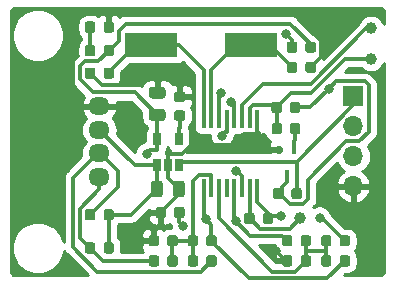
<source format=gtl>
G04 #@! TF.GenerationSoftware,KiCad,Pcbnew,(5.1.2)-1*
G04 #@! TF.CreationDate,2021-06-27T21:29:46+09:00*
G04 #@! TF.ProjectId,IR,49522e6b-6963-4616-945f-706362585858,v1.1*
G04 #@! TF.SameCoordinates,Original*
G04 #@! TF.FileFunction,Copper,L1,Top*
G04 #@! TF.FilePolarity,Positive*
%FSLAX46Y46*%
G04 Gerber Fmt 4.6, Leading zero omitted, Abs format (unit mm)*
G04 Created by KiCad (PCBNEW (5.1.2)-1) date 2021-06-27 21:29:46*
%MOMM*%
%LPD*%
G04 APERTURE LIST*
%ADD10O,1.800000X1.524000*%
%ADD11C,0.050000*%
%ADD12C,0.875000*%
%ADD13C,0.975000*%
%ADD14R,0.650000X1.060000*%
%ADD15R,4.500000X2.000000*%
%ADD16C,1.000000*%
%ADD17R,0.450000X1.500000*%
%ADD18R,1.700000X1.700000*%
%ADD19O,1.700000X1.700000*%
%ADD20R,0.450000X0.700000*%
%ADD21C,0.800000*%
%ADD22C,0.300000*%
%ADD23C,0.254000*%
G04 APERTURE END LIST*
D10*
X185200000Y-114000000D03*
X185200000Y-112000000D03*
X185200000Y-110000000D03*
X185200000Y-108000000D03*
D11*
G36*
X192215691Y-116526053D02*
G01*
X192236926Y-116529203D01*
X192257750Y-116534419D01*
X192277962Y-116541651D01*
X192297368Y-116550830D01*
X192315781Y-116561866D01*
X192333024Y-116574654D01*
X192348930Y-116589070D01*
X192363346Y-116604976D01*
X192376134Y-116622219D01*
X192387170Y-116640632D01*
X192396349Y-116660038D01*
X192403581Y-116680250D01*
X192408797Y-116701074D01*
X192411947Y-116722309D01*
X192413000Y-116743750D01*
X192413000Y-117256250D01*
X192411947Y-117277691D01*
X192408797Y-117298926D01*
X192403581Y-117319750D01*
X192396349Y-117339962D01*
X192387170Y-117359368D01*
X192376134Y-117377781D01*
X192363346Y-117395024D01*
X192348930Y-117410930D01*
X192333024Y-117425346D01*
X192315781Y-117438134D01*
X192297368Y-117449170D01*
X192277962Y-117458349D01*
X192257750Y-117465581D01*
X192236926Y-117470797D01*
X192215691Y-117473947D01*
X192194250Y-117475000D01*
X191756750Y-117475000D01*
X191735309Y-117473947D01*
X191714074Y-117470797D01*
X191693250Y-117465581D01*
X191673038Y-117458349D01*
X191653632Y-117449170D01*
X191635219Y-117438134D01*
X191617976Y-117425346D01*
X191602070Y-117410930D01*
X191587654Y-117395024D01*
X191574866Y-117377781D01*
X191563830Y-117359368D01*
X191554651Y-117339962D01*
X191547419Y-117319750D01*
X191542203Y-117298926D01*
X191539053Y-117277691D01*
X191538000Y-117256250D01*
X191538000Y-116743750D01*
X191539053Y-116722309D01*
X191542203Y-116701074D01*
X191547419Y-116680250D01*
X191554651Y-116660038D01*
X191563830Y-116640632D01*
X191574866Y-116622219D01*
X191587654Y-116604976D01*
X191602070Y-116589070D01*
X191617976Y-116574654D01*
X191635219Y-116561866D01*
X191653632Y-116550830D01*
X191673038Y-116541651D01*
X191693250Y-116534419D01*
X191714074Y-116529203D01*
X191735309Y-116526053D01*
X191756750Y-116525000D01*
X192194250Y-116525000D01*
X192215691Y-116526053D01*
X192215691Y-116526053D01*
G37*
D12*
X191975500Y-117000000D03*
D11*
G36*
X190640691Y-116526053D02*
G01*
X190661926Y-116529203D01*
X190682750Y-116534419D01*
X190702962Y-116541651D01*
X190722368Y-116550830D01*
X190740781Y-116561866D01*
X190758024Y-116574654D01*
X190773930Y-116589070D01*
X190788346Y-116604976D01*
X190801134Y-116622219D01*
X190812170Y-116640632D01*
X190821349Y-116660038D01*
X190828581Y-116680250D01*
X190833797Y-116701074D01*
X190836947Y-116722309D01*
X190838000Y-116743750D01*
X190838000Y-117256250D01*
X190836947Y-117277691D01*
X190833797Y-117298926D01*
X190828581Y-117319750D01*
X190821349Y-117339962D01*
X190812170Y-117359368D01*
X190801134Y-117377781D01*
X190788346Y-117395024D01*
X190773930Y-117410930D01*
X190758024Y-117425346D01*
X190740781Y-117438134D01*
X190722368Y-117449170D01*
X190702962Y-117458349D01*
X190682750Y-117465581D01*
X190661926Y-117470797D01*
X190640691Y-117473947D01*
X190619250Y-117475000D01*
X190181750Y-117475000D01*
X190160309Y-117473947D01*
X190139074Y-117470797D01*
X190118250Y-117465581D01*
X190098038Y-117458349D01*
X190078632Y-117449170D01*
X190060219Y-117438134D01*
X190042976Y-117425346D01*
X190027070Y-117410930D01*
X190012654Y-117395024D01*
X189999866Y-117377781D01*
X189988830Y-117359368D01*
X189979651Y-117339962D01*
X189972419Y-117319750D01*
X189967203Y-117298926D01*
X189964053Y-117277691D01*
X189963000Y-117256250D01*
X189963000Y-116743750D01*
X189964053Y-116722309D01*
X189967203Y-116701074D01*
X189972419Y-116680250D01*
X189979651Y-116660038D01*
X189988830Y-116640632D01*
X189999866Y-116622219D01*
X190012654Y-116604976D01*
X190027070Y-116589070D01*
X190042976Y-116574654D01*
X190060219Y-116561866D01*
X190078632Y-116550830D01*
X190098038Y-116541651D01*
X190118250Y-116534419D01*
X190139074Y-116529203D01*
X190160309Y-116526053D01*
X190181750Y-116525000D01*
X190619250Y-116525000D01*
X190640691Y-116526053D01*
X190640691Y-116526053D01*
G37*
D12*
X190400500Y-117000000D03*
D11*
G36*
X192205142Y-114301174D02*
G01*
X192228803Y-114304684D01*
X192252007Y-114310496D01*
X192274529Y-114318554D01*
X192296153Y-114328782D01*
X192316670Y-114341079D01*
X192335883Y-114355329D01*
X192353607Y-114371393D01*
X192369671Y-114389117D01*
X192383921Y-114408330D01*
X192396218Y-114428847D01*
X192406446Y-114450471D01*
X192414504Y-114472993D01*
X192420316Y-114496197D01*
X192423826Y-114519858D01*
X192425000Y-114543750D01*
X192425000Y-115456250D01*
X192423826Y-115480142D01*
X192420316Y-115503803D01*
X192414504Y-115527007D01*
X192406446Y-115549529D01*
X192396218Y-115571153D01*
X192383921Y-115591670D01*
X192369671Y-115610883D01*
X192353607Y-115628607D01*
X192335883Y-115644671D01*
X192316670Y-115658921D01*
X192296153Y-115671218D01*
X192274529Y-115681446D01*
X192252007Y-115689504D01*
X192228803Y-115695316D01*
X192205142Y-115698826D01*
X192181250Y-115700000D01*
X191693750Y-115700000D01*
X191669858Y-115698826D01*
X191646197Y-115695316D01*
X191622993Y-115689504D01*
X191600471Y-115681446D01*
X191578847Y-115671218D01*
X191558330Y-115658921D01*
X191539117Y-115644671D01*
X191521393Y-115628607D01*
X191505329Y-115610883D01*
X191491079Y-115591670D01*
X191478782Y-115571153D01*
X191468554Y-115549529D01*
X191460496Y-115527007D01*
X191454684Y-115503803D01*
X191451174Y-115480142D01*
X191450000Y-115456250D01*
X191450000Y-114543750D01*
X191451174Y-114519858D01*
X191454684Y-114496197D01*
X191460496Y-114472993D01*
X191468554Y-114450471D01*
X191478782Y-114428847D01*
X191491079Y-114408330D01*
X191505329Y-114389117D01*
X191521393Y-114371393D01*
X191539117Y-114355329D01*
X191558330Y-114341079D01*
X191578847Y-114328782D01*
X191600471Y-114318554D01*
X191622993Y-114310496D01*
X191646197Y-114304684D01*
X191669858Y-114301174D01*
X191693750Y-114300000D01*
X192181250Y-114300000D01*
X192205142Y-114301174D01*
X192205142Y-114301174D01*
G37*
D13*
X191937500Y-115000000D03*
D11*
G36*
X190330142Y-114301174D02*
G01*
X190353803Y-114304684D01*
X190377007Y-114310496D01*
X190399529Y-114318554D01*
X190421153Y-114328782D01*
X190441670Y-114341079D01*
X190460883Y-114355329D01*
X190478607Y-114371393D01*
X190494671Y-114389117D01*
X190508921Y-114408330D01*
X190521218Y-114428847D01*
X190531446Y-114450471D01*
X190539504Y-114472993D01*
X190545316Y-114496197D01*
X190548826Y-114519858D01*
X190550000Y-114543750D01*
X190550000Y-115456250D01*
X190548826Y-115480142D01*
X190545316Y-115503803D01*
X190539504Y-115527007D01*
X190531446Y-115549529D01*
X190521218Y-115571153D01*
X190508921Y-115591670D01*
X190494671Y-115610883D01*
X190478607Y-115628607D01*
X190460883Y-115644671D01*
X190441670Y-115658921D01*
X190421153Y-115671218D01*
X190399529Y-115681446D01*
X190377007Y-115689504D01*
X190353803Y-115695316D01*
X190330142Y-115698826D01*
X190306250Y-115700000D01*
X189818750Y-115700000D01*
X189794858Y-115698826D01*
X189771197Y-115695316D01*
X189747993Y-115689504D01*
X189725471Y-115681446D01*
X189703847Y-115671218D01*
X189683330Y-115658921D01*
X189664117Y-115644671D01*
X189646393Y-115628607D01*
X189630329Y-115610883D01*
X189616079Y-115591670D01*
X189603782Y-115571153D01*
X189593554Y-115549529D01*
X189585496Y-115527007D01*
X189579684Y-115503803D01*
X189576174Y-115480142D01*
X189575000Y-115456250D01*
X189575000Y-114543750D01*
X189576174Y-114519858D01*
X189579684Y-114496197D01*
X189585496Y-114472993D01*
X189593554Y-114450471D01*
X189603782Y-114428847D01*
X189616079Y-114408330D01*
X189630329Y-114389117D01*
X189646393Y-114371393D01*
X189664117Y-114355329D01*
X189683330Y-114341079D01*
X189703847Y-114328782D01*
X189725471Y-114318554D01*
X189747993Y-114310496D01*
X189771197Y-114304684D01*
X189794858Y-114301174D01*
X189818750Y-114300000D01*
X190306250Y-114300000D01*
X190330142Y-114301174D01*
X190330142Y-114301174D01*
G37*
D13*
X190062500Y-115000000D03*
D11*
G36*
X192277691Y-106776053D02*
G01*
X192298926Y-106779203D01*
X192319750Y-106784419D01*
X192339962Y-106791651D01*
X192359368Y-106800830D01*
X192377781Y-106811866D01*
X192395024Y-106824654D01*
X192410930Y-106839070D01*
X192425346Y-106854976D01*
X192438134Y-106872219D01*
X192449170Y-106890632D01*
X192458349Y-106910038D01*
X192465581Y-106930250D01*
X192470797Y-106951074D01*
X192473947Y-106972309D01*
X192475000Y-106993750D01*
X192475000Y-107431250D01*
X192473947Y-107452691D01*
X192470797Y-107473926D01*
X192465581Y-107494750D01*
X192458349Y-107514962D01*
X192449170Y-107534368D01*
X192438134Y-107552781D01*
X192425346Y-107570024D01*
X192410930Y-107585930D01*
X192395024Y-107600346D01*
X192377781Y-107613134D01*
X192359368Y-107624170D01*
X192339962Y-107633349D01*
X192319750Y-107640581D01*
X192298926Y-107645797D01*
X192277691Y-107648947D01*
X192256250Y-107650000D01*
X191743750Y-107650000D01*
X191722309Y-107648947D01*
X191701074Y-107645797D01*
X191680250Y-107640581D01*
X191660038Y-107633349D01*
X191640632Y-107624170D01*
X191622219Y-107613134D01*
X191604976Y-107600346D01*
X191589070Y-107585930D01*
X191574654Y-107570024D01*
X191561866Y-107552781D01*
X191550830Y-107534368D01*
X191541651Y-107514962D01*
X191534419Y-107494750D01*
X191529203Y-107473926D01*
X191526053Y-107452691D01*
X191525000Y-107431250D01*
X191525000Y-106993750D01*
X191526053Y-106972309D01*
X191529203Y-106951074D01*
X191534419Y-106930250D01*
X191541651Y-106910038D01*
X191550830Y-106890632D01*
X191561866Y-106872219D01*
X191574654Y-106854976D01*
X191589070Y-106839070D01*
X191604976Y-106824654D01*
X191622219Y-106811866D01*
X191640632Y-106800830D01*
X191660038Y-106791651D01*
X191680250Y-106784419D01*
X191701074Y-106779203D01*
X191722309Y-106776053D01*
X191743750Y-106775000D01*
X192256250Y-106775000D01*
X192277691Y-106776053D01*
X192277691Y-106776053D01*
G37*
D12*
X192000000Y-107212500D03*
D11*
G36*
X192277691Y-108351053D02*
G01*
X192298926Y-108354203D01*
X192319750Y-108359419D01*
X192339962Y-108366651D01*
X192359368Y-108375830D01*
X192377781Y-108386866D01*
X192395024Y-108399654D01*
X192410930Y-108414070D01*
X192425346Y-108429976D01*
X192438134Y-108447219D01*
X192449170Y-108465632D01*
X192458349Y-108485038D01*
X192465581Y-108505250D01*
X192470797Y-108526074D01*
X192473947Y-108547309D01*
X192475000Y-108568750D01*
X192475000Y-109006250D01*
X192473947Y-109027691D01*
X192470797Y-109048926D01*
X192465581Y-109069750D01*
X192458349Y-109089962D01*
X192449170Y-109109368D01*
X192438134Y-109127781D01*
X192425346Y-109145024D01*
X192410930Y-109160930D01*
X192395024Y-109175346D01*
X192377781Y-109188134D01*
X192359368Y-109199170D01*
X192339962Y-109208349D01*
X192319750Y-109215581D01*
X192298926Y-109220797D01*
X192277691Y-109223947D01*
X192256250Y-109225000D01*
X191743750Y-109225000D01*
X191722309Y-109223947D01*
X191701074Y-109220797D01*
X191680250Y-109215581D01*
X191660038Y-109208349D01*
X191640632Y-109199170D01*
X191622219Y-109188134D01*
X191604976Y-109175346D01*
X191589070Y-109160930D01*
X191574654Y-109145024D01*
X191561866Y-109127781D01*
X191550830Y-109109368D01*
X191541651Y-109089962D01*
X191534419Y-109069750D01*
X191529203Y-109048926D01*
X191526053Y-109027691D01*
X191525000Y-109006250D01*
X191525000Y-108568750D01*
X191526053Y-108547309D01*
X191529203Y-108526074D01*
X191534419Y-108505250D01*
X191541651Y-108485038D01*
X191550830Y-108465632D01*
X191561866Y-108447219D01*
X191574654Y-108429976D01*
X191589070Y-108414070D01*
X191604976Y-108399654D01*
X191622219Y-108386866D01*
X191640632Y-108375830D01*
X191660038Y-108366651D01*
X191680250Y-108359419D01*
X191701074Y-108354203D01*
X191722309Y-108351053D01*
X191743750Y-108350000D01*
X192256250Y-108350000D01*
X192277691Y-108351053D01*
X192277691Y-108351053D01*
G37*
D12*
X192000000Y-108787500D03*
D11*
G36*
X190580142Y-108251174D02*
G01*
X190603803Y-108254684D01*
X190627007Y-108260496D01*
X190649529Y-108268554D01*
X190671153Y-108278782D01*
X190691670Y-108291079D01*
X190710883Y-108305329D01*
X190728607Y-108321393D01*
X190744671Y-108339117D01*
X190758921Y-108358330D01*
X190771218Y-108378847D01*
X190781446Y-108400471D01*
X190789504Y-108422993D01*
X190795316Y-108446197D01*
X190798826Y-108469858D01*
X190800000Y-108493750D01*
X190800000Y-108981250D01*
X190798826Y-109005142D01*
X190795316Y-109028803D01*
X190789504Y-109052007D01*
X190781446Y-109074529D01*
X190771218Y-109096153D01*
X190758921Y-109116670D01*
X190744671Y-109135883D01*
X190728607Y-109153607D01*
X190710883Y-109169671D01*
X190691670Y-109183921D01*
X190671153Y-109196218D01*
X190649529Y-109206446D01*
X190627007Y-109214504D01*
X190603803Y-109220316D01*
X190580142Y-109223826D01*
X190556250Y-109225000D01*
X189643750Y-109225000D01*
X189619858Y-109223826D01*
X189596197Y-109220316D01*
X189572993Y-109214504D01*
X189550471Y-109206446D01*
X189528847Y-109196218D01*
X189508330Y-109183921D01*
X189489117Y-109169671D01*
X189471393Y-109153607D01*
X189455329Y-109135883D01*
X189441079Y-109116670D01*
X189428782Y-109096153D01*
X189418554Y-109074529D01*
X189410496Y-109052007D01*
X189404684Y-109028803D01*
X189401174Y-109005142D01*
X189400000Y-108981250D01*
X189400000Y-108493750D01*
X189401174Y-108469858D01*
X189404684Y-108446197D01*
X189410496Y-108422993D01*
X189418554Y-108400471D01*
X189428782Y-108378847D01*
X189441079Y-108358330D01*
X189455329Y-108339117D01*
X189471393Y-108321393D01*
X189489117Y-108305329D01*
X189508330Y-108291079D01*
X189528847Y-108278782D01*
X189550471Y-108268554D01*
X189572993Y-108260496D01*
X189596197Y-108254684D01*
X189619858Y-108251174D01*
X189643750Y-108250000D01*
X190556250Y-108250000D01*
X190580142Y-108251174D01*
X190580142Y-108251174D01*
G37*
D13*
X190100000Y-108737500D03*
D11*
G36*
X190580142Y-106376174D02*
G01*
X190603803Y-106379684D01*
X190627007Y-106385496D01*
X190649529Y-106393554D01*
X190671153Y-106403782D01*
X190691670Y-106416079D01*
X190710883Y-106430329D01*
X190728607Y-106446393D01*
X190744671Y-106464117D01*
X190758921Y-106483330D01*
X190771218Y-106503847D01*
X190781446Y-106525471D01*
X190789504Y-106547993D01*
X190795316Y-106571197D01*
X190798826Y-106594858D01*
X190800000Y-106618750D01*
X190800000Y-107106250D01*
X190798826Y-107130142D01*
X190795316Y-107153803D01*
X190789504Y-107177007D01*
X190781446Y-107199529D01*
X190771218Y-107221153D01*
X190758921Y-107241670D01*
X190744671Y-107260883D01*
X190728607Y-107278607D01*
X190710883Y-107294671D01*
X190691670Y-107308921D01*
X190671153Y-107321218D01*
X190649529Y-107331446D01*
X190627007Y-107339504D01*
X190603803Y-107345316D01*
X190580142Y-107348826D01*
X190556250Y-107350000D01*
X189643750Y-107350000D01*
X189619858Y-107348826D01*
X189596197Y-107345316D01*
X189572993Y-107339504D01*
X189550471Y-107331446D01*
X189528847Y-107321218D01*
X189508330Y-107308921D01*
X189489117Y-107294671D01*
X189471393Y-107278607D01*
X189455329Y-107260883D01*
X189441079Y-107241670D01*
X189428782Y-107221153D01*
X189418554Y-107199529D01*
X189410496Y-107177007D01*
X189404684Y-107153803D01*
X189401174Y-107130142D01*
X189400000Y-107106250D01*
X189400000Y-106618750D01*
X189401174Y-106594858D01*
X189404684Y-106571197D01*
X189410496Y-106547993D01*
X189418554Y-106525471D01*
X189428782Y-106503847D01*
X189441079Y-106483330D01*
X189455329Y-106464117D01*
X189471393Y-106446393D01*
X189489117Y-106430329D01*
X189508330Y-106416079D01*
X189528847Y-106403782D01*
X189550471Y-106393554D01*
X189572993Y-106385496D01*
X189596197Y-106379684D01*
X189619858Y-106376174D01*
X189643750Y-106375000D01*
X190556250Y-106375000D01*
X190580142Y-106376174D01*
X190580142Y-106376174D01*
G37*
D13*
X190100000Y-106862500D03*
D11*
G36*
X203327691Y-104226053D02*
G01*
X203348926Y-104229203D01*
X203369750Y-104234419D01*
X203389962Y-104241651D01*
X203409368Y-104250830D01*
X203427781Y-104261866D01*
X203445024Y-104274654D01*
X203460930Y-104289070D01*
X203475346Y-104304976D01*
X203488134Y-104322219D01*
X203499170Y-104340632D01*
X203508349Y-104360038D01*
X203515581Y-104380250D01*
X203520797Y-104401074D01*
X203523947Y-104422309D01*
X203525000Y-104443750D01*
X203525000Y-104956250D01*
X203523947Y-104977691D01*
X203520797Y-104998926D01*
X203515581Y-105019750D01*
X203508349Y-105039962D01*
X203499170Y-105059368D01*
X203488134Y-105077781D01*
X203475346Y-105095024D01*
X203460930Y-105110930D01*
X203445024Y-105125346D01*
X203427781Y-105138134D01*
X203409368Y-105149170D01*
X203389962Y-105158349D01*
X203369750Y-105165581D01*
X203348926Y-105170797D01*
X203327691Y-105173947D01*
X203306250Y-105175000D01*
X202868750Y-105175000D01*
X202847309Y-105173947D01*
X202826074Y-105170797D01*
X202805250Y-105165581D01*
X202785038Y-105158349D01*
X202765632Y-105149170D01*
X202747219Y-105138134D01*
X202729976Y-105125346D01*
X202714070Y-105110930D01*
X202699654Y-105095024D01*
X202686866Y-105077781D01*
X202675830Y-105059368D01*
X202666651Y-105039962D01*
X202659419Y-105019750D01*
X202654203Y-104998926D01*
X202651053Y-104977691D01*
X202650000Y-104956250D01*
X202650000Y-104443750D01*
X202651053Y-104422309D01*
X202654203Y-104401074D01*
X202659419Y-104380250D01*
X202666651Y-104360038D01*
X202675830Y-104340632D01*
X202686866Y-104322219D01*
X202699654Y-104304976D01*
X202714070Y-104289070D01*
X202729976Y-104274654D01*
X202747219Y-104261866D01*
X202765632Y-104250830D01*
X202785038Y-104241651D01*
X202805250Y-104234419D01*
X202826074Y-104229203D01*
X202847309Y-104226053D01*
X202868750Y-104225000D01*
X203306250Y-104225000D01*
X203327691Y-104226053D01*
X203327691Y-104226053D01*
G37*
D12*
X203087500Y-104700000D03*
D11*
G36*
X201752691Y-104226053D02*
G01*
X201773926Y-104229203D01*
X201794750Y-104234419D01*
X201814962Y-104241651D01*
X201834368Y-104250830D01*
X201852781Y-104261866D01*
X201870024Y-104274654D01*
X201885930Y-104289070D01*
X201900346Y-104304976D01*
X201913134Y-104322219D01*
X201924170Y-104340632D01*
X201933349Y-104360038D01*
X201940581Y-104380250D01*
X201945797Y-104401074D01*
X201948947Y-104422309D01*
X201950000Y-104443750D01*
X201950000Y-104956250D01*
X201948947Y-104977691D01*
X201945797Y-104998926D01*
X201940581Y-105019750D01*
X201933349Y-105039962D01*
X201924170Y-105059368D01*
X201913134Y-105077781D01*
X201900346Y-105095024D01*
X201885930Y-105110930D01*
X201870024Y-105125346D01*
X201852781Y-105138134D01*
X201834368Y-105149170D01*
X201814962Y-105158349D01*
X201794750Y-105165581D01*
X201773926Y-105170797D01*
X201752691Y-105173947D01*
X201731250Y-105175000D01*
X201293750Y-105175000D01*
X201272309Y-105173947D01*
X201251074Y-105170797D01*
X201230250Y-105165581D01*
X201210038Y-105158349D01*
X201190632Y-105149170D01*
X201172219Y-105138134D01*
X201154976Y-105125346D01*
X201139070Y-105110930D01*
X201124654Y-105095024D01*
X201111866Y-105077781D01*
X201100830Y-105059368D01*
X201091651Y-105039962D01*
X201084419Y-105019750D01*
X201079203Y-104998926D01*
X201076053Y-104977691D01*
X201075000Y-104956250D01*
X201075000Y-104443750D01*
X201076053Y-104422309D01*
X201079203Y-104401074D01*
X201084419Y-104380250D01*
X201091651Y-104360038D01*
X201100830Y-104340632D01*
X201111866Y-104322219D01*
X201124654Y-104304976D01*
X201139070Y-104289070D01*
X201154976Y-104274654D01*
X201172219Y-104261866D01*
X201190632Y-104250830D01*
X201210038Y-104241651D01*
X201230250Y-104234419D01*
X201251074Y-104229203D01*
X201272309Y-104226053D01*
X201293750Y-104225000D01*
X201731250Y-104225000D01*
X201752691Y-104226053D01*
X201752691Y-104226053D01*
G37*
D12*
X201512500Y-104700000D03*
D11*
G36*
X186227691Y-104726053D02*
G01*
X186248926Y-104729203D01*
X186269750Y-104734419D01*
X186289962Y-104741651D01*
X186309368Y-104750830D01*
X186327781Y-104761866D01*
X186345024Y-104774654D01*
X186360930Y-104789070D01*
X186375346Y-104804976D01*
X186388134Y-104822219D01*
X186399170Y-104840632D01*
X186408349Y-104860038D01*
X186415581Y-104880250D01*
X186420797Y-104901074D01*
X186423947Y-104922309D01*
X186425000Y-104943750D01*
X186425000Y-105456250D01*
X186423947Y-105477691D01*
X186420797Y-105498926D01*
X186415581Y-105519750D01*
X186408349Y-105539962D01*
X186399170Y-105559368D01*
X186388134Y-105577781D01*
X186375346Y-105595024D01*
X186360930Y-105610930D01*
X186345024Y-105625346D01*
X186327781Y-105638134D01*
X186309368Y-105649170D01*
X186289962Y-105658349D01*
X186269750Y-105665581D01*
X186248926Y-105670797D01*
X186227691Y-105673947D01*
X186206250Y-105675000D01*
X185768750Y-105675000D01*
X185747309Y-105673947D01*
X185726074Y-105670797D01*
X185705250Y-105665581D01*
X185685038Y-105658349D01*
X185665632Y-105649170D01*
X185647219Y-105638134D01*
X185629976Y-105625346D01*
X185614070Y-105610930D01*
X185599654Y-105595024D01*
X185586866Y-105577781D01*
X185575830Y-105559368D01*
X185566651Y-105539962D01*
X185559419Y-105519750D01*
X185554203Y-105498926D01*
X185551053Y-105477691D01*
X185550000Y-105456250D01*
X185550000Y-104943750D01*
X185551053Y-104922309D01*
X185554203Y-104901074D01*
X185559419Y-104880250D01*
X185566651Y-104860038D01*
X185575830Y-104840632D01*
X185586866Y-104822219D01*
X185599654Y-104804976D01*
X185614070Y-104789070D01*
X185629976Y-104774654D01*
X185647219Y-104761866D01*
X185665632Y-104750830D01*
X185685038Y-104741651D01*
X185705250Y-104734419D01*
X185726074Y-104729203D01*
X185747309Y-104726053D01*
X185768750Y-104725000D01*
X186206250Y-104725000D01*
X186227691Y-104726053D01*
X186227691Y-104726053D01*
G37*
D12*
X185987500Y-105200000D03*
D11*
G36*
X184652691Y-104726053D02*
G01*
X184673926Y-104729203D01*
X184694750Y-104734419D01*
X184714962Y-104741651D01*
X184734368Y-104750830D01*
X184752781Y-104761866D01*
X184770024Y-104774654D01*
X184785930Y-104789070D01*
X184800346Y-104804976D01*
X184813134Y-104822219D01*
X184824170Y-104840632D01*
X184833349Y-104860038D01*
X184840581Y-104880250D01*
X184845797Y-104901074D01*
X184848947Y-104922309D01*
X184850000Y-104943750D01*
X184850000Y-105456250D01*
X184848947Y-105477691D01*
X184845797Y-105498926D01*
X184840581Y-105519750D01*
X184833349Y-105539962D01*
X184824170Y-105559368D01*
X184813134Y-105577781D01*
X184800346Y-105595024D01*
X184785930Y-105610930D01*
X184770024Y-105625346D01*
X184752781Y-105638134D01*
X184734368Y-105649170D01*
X184714962Y-105658349D01*
X184694750Y-105665581D01*
X184673926Y-105670797D01*
X184652691Y-105673947D01*
X184631250Y-105675000D01*
X184193750Y-105675000D01*
X184172309Y-105673947D01*
X184151074Y-105670797D01*
X184130250Y-105665581D01*
X184110038Y-105658349D01*
X184090632Y-105649170D01*
X184072219Y-105638134D01*
X184054976Y-105625346D01*
X184039070Y-105610930D01*
X184024654Y-105595024D01*
X184011866Y-105577781D01*
X184000830Y-105559368D01*
X183991651Y-105539962D01*
X183984419Y-105519750D01*
X183979203Y-105498926D01*
X183976053Y-105477691D01*
X183975000Y-105456250D01*
X183975000Y-104943750D01*
X183976053Y-104922309D01*
X183979203Y-104901074D01*
X183984419Y-104880250D01*
X183991651Y-104860038D01*
X184000830Y-104840632D01*
X184011866Y-104822219D01*
X184024654Y-104804976D01*
X184039070Y-104789070D01*
X184054976Y-104774654D01*
X184072219Y-104761866D01*
X184090632Y-104750830D01*
X184110038Y-104741651D01*
X184130250Y-104734419D01*
X184151074Y-104729203D01*
X184172309Y-104726053D01*
X184193750Y-104725000D01*
X184631250Y-104725000D01*
X184652691Y-104726053D01*
X184652691Y-104726053D01*
G37*
D12*
X184412500Y-105200000D03*
D11*
G36*
X184652691Y-102826053D02*
G01*
X184673926Y-102829203D01*
X184694750Y-102834419D01*
X184714962Y-102841651D01*
X184734368Y-102850830D01*
X184752781Y-102861866D01*
X184770024Y-102874654D01*
X184785930Y-102889070D01*
X184800346Y-102904976D01*
X184813134Y-102922219D01*
X184824170Y-102940632D01*
X184833349Y-102960038D01*
X184840581Y-102980250D01*
X184845797Y-103001074D01*
X184848947Y-103022309D01*
X184850000Y-103043750D01*
X184850000Y-103556250D01*
X184848947Y-103577691D01*
X184845797Y-103598926D01*
X184840581Y-103619750D01*
X184833349Y-103639962D01*
X184824170Y-103659368D01*
X184813134Y-103677781D01*
X184800346Y-103695024D01*
X184785930Y-103710930D01*
X184770024Y-103725346D01*
X184752781Y-103738134D01*
X184734368Y-103749170D01*
X184714962Y-103758349D01*
X184694750Y-103765581D01*
X184673926Y-103770797D01*
X184652691Y-103773947D01*
X184631250Y-103775000D01*
X184193750Y-103775000D01*
X184172309Y-103773947D01*
X184151074Y-103770797D01*
X184130250Y-103765581D01*
X184110038Y-103758349D01*
X184090632Y-103749170D01*
X184072219Y-103738134D01*
X184054976Y-103725346D01*
X184039070Y-103710930D01*
X184024654Y-103695024D01*
X184011866Y-103677781D01*
X184000830Y-103659368D01*
X183991651Y-103639962D01*
X183984419Y-103619750D01*
X183979203Y-103598926D01*
X183976053Y-103577691D01*
X183975000Y-103556250D01*
X183975000Y-103043750D01*
X183976053Y-103022309D01*
X183979203Y-103001074D01*
X183984419Y-102980250D01*
X183991651Y-102960038D01*
X184000830Y-102940632D01*
X184011866Y-102922219D01*
X184024654Y-102904976D01*
X184039070Y-102889070D01*
X184054976Y-102874654D01*
X184072219Y-102861866D01*
X184090632Y-102850830D01*
X184110038Y-102841651D01*
X184130250Y-102834419D01*
X184151074Y-102829203D01*
X184172309Y-102826053D01*
X184193750Y-102825000D01*
X184631250Y-102825000D01*
X184652691Y-102826053D01*
X184652691Y-102826053D01*
G37*
D12*
X184412500Y-103300000D03*
D11*
G36*
X186227691Y-102826053D02*
G01*
X186248926Y-102829203D01*
X186269750Y-102834419D01*
X186289962Y-102841651D01*
X186309368Y-102850830D01*
X186327781Y-102861866D01*
X186345024Y-102874654D01*
X186360930Y-102889070D01*
X186375346Y-102904976D01*
X186388134Y-102922219D01*
X186399170Y-102940632D01*
X186408349Y-102960038D01*
X186415581Y-102980250D01*
X186420797Y-103001074D01*
X186423947Y-103022309D01*
X186425000Y-103043750D01*
X186425000Y-103556250D01*
X186423947Y-103577691D01*
X186420797Y-103598926D01*
X186415581Y-103619750D01*
X186408349Y-103639962D01*
X186399170Y-103659368D01*
X186388134Y-103677781D01*
X186375346Y-103695024D01*
X186360930Y-103710930D01*
X186345024Y-103725346D01*
X186327781Y-103738134D01*
X186309368Y-103749170D01*
X186289962Y-103758349D01*
X186269750Y-103765581D01*
X186248926Y-103770797D01*
X186227691Y-103773947D01*
X186206250Y-103775000D01*
X185768750Y-103775000D01*
X185747309Y-103773947D01*
X185726074Y-103770797D01*
X185705250Y-103765581D01*
X185685038Y-103758349D01*
X185665632Y-103749170D01*
X185647219Y-103738134D01*
X185629976Y-103725346D01*
X185614070Y-103710930D01*
X185599654Y-103695024D01*
X185586866Y-103677781D01*
X185575830Y-103659368D01*
X185566651Y-103639962D01*
X185559419Y-103619750D01*
X185554203Y-103598926D01*
X185551053Y-103577691D01*
X185550000Y-103556250D01*
X185550000Y-103043750D01*
X185551053Y-103022309D01*
X185554203Y-103001074D01*
X185559419Y-102980250D01*
X185566651Y-102960038D01*
X185575830Y-102940632D01*
X185586866Y-102922219D01*
X185599654Y-102904976D01*
X185614070Y-102889070D01*
X185629976Y-102874654D01*
X185647219Y-102861866D01*
X185665632Y-102850830D01*
X185685038Y-102841651D01*
X185705250Y-102834419D01*
X185726074Y-102829203D01*
X185747309Y-102826053D01*
X185768750Y-102825000D01*
X186206250Y-102825000D01*
X186227691Y-102826053D01*
X186227691Y-102826053D01*
G37*
D12*
X185987500Y-103300000D03*
D11*
G36*
X193352691Y-120626053D02*
G01*
X193373926Y-120629203D01*
X193394750Y-120634419D01*
X193414962Y-120641651D01*
X193434368Y-120650830D01*
X193452781Y-120661866D01*
X193470024Y-120674654D01*
X193485930Y-120689070D01*
X193500346Y-120704976D01*
X193513134Y-120722219D01*
X193524170Y-120740632D01*
X193533349Y-120760038D01*
X193540581Y-120780250D01*
X193545797Y-120801074D01*
X193548947Y-120822309D01*
X193550000Y-120843750D01*
X193550000Y-121356250D01*
X193548947Y-121377691D01*
X193545797Y-121398926D01*
X193540581Y-121419750D01*
X193533349Y-121439962D01*
X193524170Y-121459368D01*
X193513134Y-121477781D01*
X193500346Y-121495024D01*
X193485930Y-121510930D01*
X193470024Y-121525346D01*
X193452781Y-121538134D01*
X193434368Y-121549170D01*
X193414962Y-121558349D01*
X193394750Y-121565581D01*
X193373926Y-121570797D01*
X193352691Y-121573947D01*
X193331250Y-121575000D01*
X192893750Y-121575000D01*
X192872309Y-121573947D01*
X192851074Y-121570797D01*
X192830250Y-121565581D01*
X192810038Y-121558349D01*
X192790632Y-121549170D01*
X192772219Y-121538134D01*
X192754976Y-121525346D01*
X192739070Y-121510930D01*
X192724654Y-121495024D01*
X192711866Y-121477781D01*
X192700830Y-121459368D01*
X192691651Y-121439962D01*
X192684419Y-121419750D01*
X192679203Y-121398926D01*
X192676053Y-121377691D01*
X192675000Y-121356250D01*
X192675000Y-120843750D01*
X192676053Y-120822309D01*
X192679203Y-120801074D01*
X192684419Y-120780250D01*
X192691651Y-120760038D01*
X192700830Y-120740632D01*
X192711866Y-120722219D01*
X192724654Y-120704976D01*
X192739070Y-120689070D01*
X192754976Y-120674654D01*
X192772219Y-120661866D01*
X192790632Y-120650830D01*
X192810038Y-120641651D01*
X192830250Y-120634419D01*
X192851074Y-120629203D01*
X192872309Y-120626053D01*
X192893750Y-120625000D01*
X193331250Y-120625000D01*
X193352691Y-120626053D01*
X193352691Y-120626053D01*
G37*
D12*
X193112500Y-121100000D03*
D11*
G36*
X194927691Y-120626053D02*
G01*
X194948926Y-120629203D01*
X194969750Y-120634419D01*
X194989962Y-120641651D01*
X195009368Y-120650830D01*
X195027781Y-120661866D01*
X195045024Y-120674654D01*
X195060930Y-120689070D01*
X195075346Y-120704976D01*
X195088134Y-120722219D01*
X195099170Y-120740632D01*
X195108349Y-120760038D01*
X195115581Y-120780250D01*
X195120797Y-120801074D01*
X195123947Y-120822309D01*
X195125000Y-120843750D01*
X195125000Y-121356250D01*
X195123947Y-121377691D01*
X195120797Y-121398926D01*
X195115581Y-121419750D01*
X195108349Y-121439962D01*
X195099170Y-121459368D01*
X195088134Y-121477781D01*
X195075346Y-121495024D01*
X195060930Y-121510930D01*
X195045024Y-121525346D01*
X195027781Y-121538134D01*
X195009368Y-121549170D01*
X194989962Y-121558349D01*
X194969750Y-121565581D01*
X194948926Y-121570797D01*
X194927691Y-121573947D01*
X194906250Y-121575000D01*
X194468750Y-121575000D01*
X194447309Y-121573947D01*
X194426074Y-121570797D01*
X194405250Y-121565581D01*
X194385038Y-121558349D01*
X194365632Y-121549170D01*
X194347219Y-121538134D01*
X194329976Y-121525346D01*
X194314070Y-121510930D01*
X194299654Y-121495024D01*
X194286866Y-121477781D01*
X194275830Y-121459368D01*
X194266651Y-121439962D01*
X194259419Y-121419750D01*
X194254203Y-121398926D01*
X194251053Y-121377691D01*
X194250000Y-121356250D01*
X194250000Y-120843750D01*
X194251053Y-120822309D01*
X194254203Y-120801074D01*
X194259419Y-120780250D01*
X194266651Y-120760038D01*
X194275830Y-120740632D01*
X194286866Y-120722219D01*
X194299654Y-120704976D01*
X194314070Y-120689070D01*
X194329976Y-120674654D01*
X194347219Y-120661866D01*
X194365632Y-120650830D01*
X194385038Y-120641651D01*
X194405250Y-120634419D01*
X194426074Y-120629203D01*
X194447309Y-120626053D01*
X194468750Y-120625000D01*
X194906250Y-120625000D01*
X194927691Y-120626053D01*
X194927691Y-120626053D01*
G37*
D12*
X194687500Y-121100000D03*
D11*
G36*
X191627691Y-120626053D02*
G01*
X191648926Y-120629203D01*
X191669750Y-120634419D01*
X191689962Y-120641651D01*
X191709368Y-120650830D01*
X191727781Y-120661866D01*
X191745024Y-120674654D01*
X191760930Y-120689070D01*
X191775346Y-120704976D01*
X191788134Y-120722219D01*
X191799170Y-120740632D01*
X191808349Y-120760038D01*
X191815581Y-120780250D01*
X191820797Y-120801074D01*
X191823947Y-120822309D01*
X191825000Y-120843750D01*
X191825000Y-121356250D01*
X191823947Y-121377691D01*
X191820797Y-121398926D01*
X191815581Y-121419750D01*
X191808349Y-121439962D01*
X191799170Y-121459368D01*
X191788134Y-121477781D01*
X191775346Y-121495024D01*
X191760930Y-121510930D01*
X191745024Y-121525346D01*
X191727781Y-121538134D01*
X191709368Y-121549170D01*
X191689962Y-121558349D01*
X191669750Y-121565581D01*
X191648926Y-121570797D01*
X191627691Y-121573947D01*
X191606250Y-121575000D01*
X191168750Y-121575000D01*
X191147309Y-121573947D01*
X191126074Y-121570797D01*
X191105250Y-121565581D01*
X191085038Y-121558349D01*
X191065632Y-121549170D01*
X191047219Y-121538134D01*
X191029976Y-121525346D01*
X191014070Y-121510930D01*
X190999654Y-121495024D01*
X190986866Y-121477781D01*
X190975830Y-121459368D01*
X190966651Y-121439962D01*
X190959419Y-121419750D01*
X190954203Y-121398926D01*
X190951053Y-121377691D01*
X190950000Y-121356250D01*
X190950000Y-120843750D01*
X190951053Y-120822309D01*
X190954203Y-120801074D01*
X190959419Y-120780250D01*
X190966651Y-120760038D01*
X190975830Y-120740632D01*
X190986866Y-120722219D01*
X190999654Y-120704976D01*
X191014070Y-120689070D01*
X191029976Y-120674654D01*
X191047219Y-120661866D01*
X191065632Y-120650830D01*
X191085038Y-120641651D01*
X191105250Y-120634419D01*
X191126074Y-120629203D01*
X191147309Y-120626053D01*
X191168750Y-120625000D01*
X191606250Y-120625000D01*
X191627691Y-120626053D01*
X191627691Y-120626053D01*
G37*
D12*
X191387500Y-121100000D03*
D11*
G36*
X190052691Y-120626053D02*
G01*
X190073926Y-120629203D01*
X190094750Y-120634419D01*
X190114962Y-120641651D01*
X190134368Y-120650830D01*
X190152781Y-120661866D01*
X190170024Y-120674654D01*
X190185930Y-120689070D01*
X190200346Y-120704976D01*
X190213134Y-120722219D01*
X190224170Y-120740632D01*
X190233349Y-120760038D01*
X190240581Y-120780250D01*
X190245797Y-120801074D01*
X190248947Y-120822309D01*
X190250000Y-120843750D01*
X190250000Y-121356250D01*
X190248947Y-121377691D01*
X190245797Y-121398926D01*
X190240581Y-121419750D01*
X190233349Y-121439962D01*
X190224170Y-121459368D01*
X190213134Y-121477781D01*
X190200346Y-121495024D01*
X190185930Y-121510930D01*
X190170024Y-121525346D01*
X190152781Y-121538134D01*
X190134368Y-121549170D01*
X190114962Y-121558349D01*
X190094750Y-121565581D01*
X190073926Y-121570797D01*
X190052691Y-121573947D01*
X190031250Y-121575000D01*
X189593750Y-121575000D01*
X189572309Y-121573947D01*
X189551074Y-121570797D01*
X189530250Y-121565581D01*
X189510038Y-121558349D01*
X189490632Y-121549170D01*
X189472219Y-121538134D01*
X189454976Y-121525346D01*
X189439070Y-121510930D01*
X189424654Y-121495024D01*
X189411866Y-121477781D01*
X189400830Y-121459368D01*
X189391651Y-121439962D01*
X189384419Y-121419750D01*
X189379203Y-121398926D01*
X189376053Y-121377691D01*
X189375000Y-121356250D01*
X189375000Y-120843750D01*
X189376053Y-120822309D01*
X189379203Y-120801074D01*
X189384419Y-120780250D01*
X189391651Y-120760038D01*
X189400830Y-120740632D01*
X189411866Y-120722219D01*
X189424654Y-120704976D01*
X189439070Y-120689070D01*
X189454976Y-120674654D01*
X189472219Y-120661866D01*
X189490632Y-120650830D01*
X189510038Y-120641651D01*
X189530250Y-120634419D01*
X189551074Y-120629203D01*
X189572309Y-120626053D01*
X189593750Y-120625000D01*
X190031250Y-120625000D01*
X190052691Y-120626053D01*
X190052691Y-120626053D01*
G37*
D12*
X189812500Y-121100000D03*
D11*
G36*
X206227691Y-118926053D02*
G01*
X206248926Y-118929203D01*
X206269750Y-118934419D01*
X206289962Y-118941651D01*
X206309368Y-118950830D01*
X206327781Y-118961866D01*
X206345024Y-118974654D01*
X206360930Y-118989070D01*
X206375346Y-119004976D01*
X206388134Y-119022219D01*
X206399170Y-119040632D01*
X206408349Y-119060038D01*
X206415581Y-119080250D01*
X206420797Y-119101074D01*
X206423947Y-119122309D01*
X206425000Y-119143750D01*
X206425000Y-119656250D01*
X206423947Y-119677691D01*
X206420797Y-119698926D01*
X206415581Y-119719750D01*
X206408349Y-119739962D01*
X206399170Y-119759368D01*
X206388134Y-119777781D01*
X206375346Y-119795024D01*
X206360930Y-119810930D01*
X206345024Y-119825346D01*
X206327781Y-119838134D01*
X206309368Y-119849170D01*
X206289962Y-119858349D01*
X206269750Y-119865581D01*
X206248926Y-119870797D01*
X206227691Y-119873947D01*
X206206250Y-119875000D01*
X205768750Y-119875000D01*
X205747309Y-119873947D01*
X205726074Y-119870797D01*
X205705250Y-119865581D01*
X205685038Y-119858349D01*
X205665632Y-119849170D01*
X205647219Y-119838134D01*
X205629976Y-119825346D01*
X205614070Y-119810930D01*
X205599654Y-119795024D01*
X205586866Y-119777781D01*
X205575830Y-119759368D01*
X205566651Y-119739962D01*
X205559419Y-119719750D01*
X205554203Y-119698926D01*
X205551053Y-119677691D01*
X205550000Y-119656250D01*
X205550000Y-119143750D01*
X205551053Y-119122309D01*
X205554203Y-119101074D01*
X205559419Y-119080250D01*
X205566651Y-119060038D01*
X205575830Y-119040632D01*
X205586866Y-119022219D01*
X205599654Y-119004976D01*
X205614070Y-118989070D01*
X205629976Y-118974654D01*
X205647219Y-118961866D01*
X205665632Y-118950830D01*
X205685038Y-118941651D01*
X205705250Y-118934419D01*
X205726074Y-118929203D01*
X205747309Y-118926053D01*
X205768750Y-118925000D01*
X206206250Y-118925000D01*
X206227691Y-118926053D01*
X206227691Y-118926053D01*
G37*
D12*
X205987500Y-119400000D03*
D11*
G36*
X204652691Y-118926053D02*
G01*
X204673926Y-118929203D01*
X204694750Y-118934419D01*
X204714962Y-118941651D01*
X204734368Y-118950830D01*
X204752781Y-118961866D01*
X204770024Y-118974654D01*
X204785930Y-118989070D01*
X204800346Y-119004976D01*
X204813134Y-119022219D01*
X204824170Y-119040632D01*
X204833349Y-119060038D01*
X204840581Y-119080250D01*
X204845797Y-119101074D01*
X204848947Y-119122309D01*
X204850000Y-119143750D01*
X204850000Y-119656250D01*
X204848947Y-119677691D01*
X204845797Y-119698926D01*
X204840581Y-119719750D01*
X204833349Y-119739962D01*
X204824170Y-119759368D01*
X204813134Y-119777781D01*
X204800346Y-119795024D01*
X204785930Y-119810930D01*
X204770024Y-119825346D01*
X204752781Y-119838134D01*
X204734368Y-119849170D01*
X204714962Y-119858349D01*
X204694750Y-119865581D01*
X204673926Y-119870797D01*
X204652691Y-119873947D01*
X204631250Y-119875000D01*
X204193750Y-119875000D01*
X204172309Y-119873947D01*
X204151074Y-119870797D01*
X204130250Y-119865581D01*
X204110038Y-119858349D01*
X204090632Y-119849170D01*
X204072219Y-119838134D01*
X204054976Y-119825346D01*
X204039070Y-119810930D01*
X204024654Y-119795024D01*
X204011866Y-119777781D01*
X204000830Y-119759368D01*
X203991651Y-119739962D01*
X203984419Y-119719750D01*
X203979203Y-119698926D01*
X203976053Y-119677691D01*
X203975000Y-119656250D01*
X203975000Y-119143750D01*
X203976053Y-119122309D01*
X203979203Y-119101074D01*
X203984419Y-119080250D01*
X203991651Y-119060038D01*
X204000830Y-119040632D01*
X204011866Y-119022219D01*
X204024654Y-119004976D01*
X204039070Y-118989070D01*
X204054976Y-118974654D01*
X204072219Y-118961866D01*
X204090632Y-118950830D01*
X204110038Y-118941651D01*
X204130250Y-118934419D01*
X204151074Y-118929203D01*
X204172309Y-118926053D01*
X204193750Y-118925000D01*
X204631250Y-118925000D01*
X204652691Y-118926053D01*
X204652691Y-118926053D01*
G37*
D12*
X204412500Y-119400000D03*
D11*
G36*
X201352691Y-118926053D02*
G01*
X201373926Y-118929203D01*
X201394750Y-118934419D01*
X201414962Y-118941651D01*
X201434368Y-118950830D01*
X201452781Y-118961866D01*
X201470024Y-118974654D01*
X201485930Y-118989070D01*
X201500346Y-119004976D01*
X201513134Y-119022219D01*
X201524170Y-119040632D01*
X201533349Y-119060038D01*
X201540581Y-119080250D01*
X201545797Y-119101074D01*
X201548947Y-119122309D01*
X201550000Y-119143750D01*
X201550000Y-119656250D01*
X201548947Y-119677691D01*
X201545797Y-119698926D01*
X201540581Y-119719750D01*
X201533349Y-119739962D01*
X201524170Y-119759368D01*
X201513134Y-119777781D01*
X201500346Y-119795024D01*
X201485930Y-119810930D01*
X201470024Y-119825346D01*
X201452781Y-119838134D01*
X201434368Y-119849170D01*
X201414962Y-119858349D01*
X201394750Y-119865581D01*
X201373926Y-119870797D01*
X201352691Y-119873947D01*
X201331250Y-119875000D01*
X200893750Y-119875000D01*
X200872309Y-119873947D01*
X200851074Y-119870797D01*
X200830250Y-119865581D01*
X200810038Y-119858349D01*
X200790632Y-119849170D01*
X200772219Y-119838134D01*
X200754976Y-119825346D01*
X200739070Y-119810930D01*
X200724654Y-119795024D01*
X200711866Y-119777781D01*
X200700830Y-119759368D01*
X200691651Y-119739962D01*
X200684419Y-119719750D01*
X200679203Y-119698926D01*
X200676053Y-119677691D01*
X200675000Y-119656250D01*
X200675000Y-119143750D01*
X200676053Y-119122309D01*
X200679203Y-119101074D01*
X200684419Y-119080250D01*
X200691651Y-119060038D01*
X200700830Y-119040632D01*
X200711866Y-119022219D01*
X200724654Y-119004976D01*
X200739070Y-118989070D01*
X200754976Y-118974654D01*
X200772219Y-118961866D01*
X200790632Y-118950830D01*
X200810038Y-118941651D01*
X200830250Y-118934419D01*
X200851074Y-118929203D01*
X200872309Y-118926053D01*
X200893750Y-118925000D01*
X201331250Y-118925000D01*
X201352691Y-118926053D01*
X201352691Y-118926053D01*
G37*
D12*
X201112500Y-119400000D03*
D11*
G36*
X202927691Y-118926053D02*
G01*
X202948926Y-118929203D01*
X202969750Y-118934419D01*
X202989962Y-118941651D01*
X203009368Y-118950830D01*
X203027781Y-118961866D01*
X203045024Y-118974654D01*
X203060930Y-118989070D01*
X203075346Y-119004976D01*
X203088134Y-119022219D01*
X203099170Y-119040632D01*
X203108349Y-119060038D01*
X203115581Y-119080250D01*
X203120797Y-119101074D01*
X203123947Y-119122309D01*
X203125000Y-119143750D01*
X203125000Y-119656250D01*
X203123947Y-119677691D01*
X203120797Y-119698926D01*
X203115581Y-119719750D01*
X203108349Y-119739962D01*
X203099170Y-119759368D01*
X203088134Y-119777781D01*
X203075346Y-119795024D01*
X203060930Y-119810930D01*
X203045024Y-119825346D01*
X203027781Y-119838134D01*
X203009368Y-119849170D01*
X202989962Y-119858349D01*
X202969750Y-119865581D01*
X202948926Y-119870797D01*
X202927691Y-119873947D01*
X202906250Y-119875000D01*
X202468750Y-119875000D01*
X202447309Y-119873947D01*
X202426074Y-119870797D01*
X202405250Y-119865581D01*
X202385038Y-119858349D01*
X202365632Y-119849170D01*
X202347219Y-119838134D01*
X202329976Y-119825346D01*
X202314070Y-119810930D01*
X202299654Y-119795024D01*
X202286866Y-119777781D01*
X202275830Y-119759368D01*
X202266651Y-119739962D01*
X202259419Y-119719750D01*
X202254203Y-119698926D01*
X202251053Y-119677691D01*
X202250000Y-119656250D01*
X202250000Y-119143750D01*
X202251053Y-119122309D01*
X202254203Y-119101074D01*
X202259419Y-119080250D01*
X202266651Y-119060038D01*
X202275830Y-119040632D01*
X202286866Y-119022219D01*
X202299654Y-119004976D01*
X202314070Y-118989070D01*
X202329976Y-118974654D01*
X202347219Y-118961866D01*
X202365632Y-118950830D01*
X202385038Y-118941651D01*
X202405250Y-118934419D01*
X202426074Y-118929203D01*
X202447309Y-118926053D01*
X202468750Y-118925000D01*
X202906250Y-118925000D01*
X202927691Y-118926053D01*
X202927691Y-118926053D01*
G37*
D12*
X202687500Y-119400000D03*
D11*
G36*
X186227691Y-116726053D02*
G01*
X186248926Y-116729203D01*
X186269750Y-116734419D01*
X186289962Y-116741651D01*
X186309368Y-116750830D01*
X186327781Y-116761866D01*
X186345024Y-116774654D01*
X186360930Y-116789070D01*
X186375346Y-116804976D01*
X186388134Y-116822219D01*
X186399170Y-116840632D01*
X186408349Y-116860038D01*
X186415581Y-116880250D01*
X186420797Y-116901074D01*
X186423947Y-116922309D01*
X186425000Y-116943750D01*
X186425000Y-117456250D01*
X186423947Y-117477691D01*
X186420797Y-117498926D01*
X186415581Y-117519750D01*
X186408349Y-117539962D01*
X186399170Y-117559368D01*
X186388134Y-117577781D01*
X186375346Y-117595024D01*
X186360930Y-117610930D01*
X186345024Y-117625346D01*
X186327781Y-117638134D01*
X186309368Y-117649170D01*
X186289962Y-117658349D01*
X186269750Y-117665581D01*
X186248926Y-117670797D01*
X186227691Y-117673947D01*
X186206250Y-117675000D01*
X185768750Y-117675000D01*
X185747309Y-117673947D01*
X185726074Y-117670797D01*
X185705250Y-117665581D01*
X185685038Y-117658349D01*
X185665632Y-117649170D01*
X185647219Y-117638134D01*
X185629976Y-117625346D01*
X185614070Y-117610930D01*
X185599654Y-117595024D01*
X185586866Y-117577781D01*
X185575830Y-117559368D01*
X185566651Y-117539962D01*
X185559419Y-117519750D01*
X185554203Y-117498926D01*
X185551053Y-117477691D01*
X185550000Y-117456250D01*
X185550000Y-116943750D01*
X185551053Y-116922309D01*
X185554203Y-116901074D01*
X185559419Y-116880250D01*
X185566651Y-116860038D01*
X185575830Y-116840632D01*
X185586866Y-116822219D01*
X185599654Y-116804976D01*
X185614070Y-116789070D01*
X185629976Y-116774654D01*
X185647219Y-116761866D01*
X185665632Y-116750830D01*
X185685038Y-116741651D01*
X185705250Y-116734419D01*
X185726074Y-116729203D01*
X185747309Y-116726053D01*
X185768750Y-116725000D01*
X186206250Y-116725000D01*
X186227691Y-116726053D01*
X186227691Y-116726053D01*
G37*
D12*
X185987500Y-117200000D03*
D11*
G36*
X184652691Y-116726053D02*
G01*
X184673926Y-116729203D01*
X184694750Y-116734419D01*
X184714962Y-116741651D01*
X184734368Y-116750830D01*
X184752781Y-116761866D01*
X184770024Y-116774654D01*
X184785930Y-116789070D01*
X184800346Y-116804976D01*
X184813134Y-116822219D01*
X184824170Y-116840632D01*
X184833349Y-116860038D01*
X184840581Y-116880250D01*
X184845797Y-116901074D01*
X184848947Y-116922309D01*
X184850000Y-116943750D01*
X184850000Y-117456250D01*
X184848947Y-117477691D01*
X184845797Y-117498926D01*
X184840581Y-117519750D01*
X184833349Y-117539962D01*
X184824170Y-117559368D01*
X184813134Y-117577781D01*
X184800346Y-117595024D01*
X184785930Y-117610930D01*
X184770024Y-117625346D01*
X184752781Y-117638134D01*
X184734368Y-117649170D01*
X184714962Y-117658349D01*
X184694750Y-117665581D01*
X184673926Y-117670797D01*
X184652691Y-117673947D01*
X184631250Y-117675000D01*
X184193750Y-117675000D01*
X184172309Y-117673947D01*
X184151074Y-117670797D01*
X184130250Y-117665581D01*
X184110038Y-117658349D01*
X184090632Y-117649170D01*
X184072219Y-117638134D01*
X184054976Y-117625346D01*
X184039070Y-117610930D01*
X184024654Y-117595024D01*
X184011866Y-117577781D01*
X184000830Y-117559368D01*
X183991651Y-117539962D01*
X183984419Y-117519750D01*
X183979203Y-117498926D01*
X183976053Y-117477691D01*
X183975000Y-117456250D01*
X183975000Y-116943750D01*
X183976053Y-116922309D01*
X183979203Y-116901074D01*
X183984419Y-116880250D01*
X183991651Y-116860038D01*
X184000830Y-116840632D01*
X184011866Y-116822219D01*
X184024654Y-116804976D01*
X184039070Y-116789070D01*
X184054976Y-116774654D01*
X184072219Y-116761866D01*
X184090632Y-116750830D01*
X184110038Y-116741651D01*
X184130250Y-116734419D01*
X184151074Y-116729203D01*
X184172309Y-116726053D01*
X184193750Y-116725000D01*
X184631250Y-116725000D01*
X184652691Y-116726053D01*
X184652691Y-116726053D01*
G37*
D12*
X184412500Y-117200000D03*
D11*
G36*
X193352691Y-118926053D02*
G01*
X193373926Y-118929203D01*
X193394750Y-118934419D01*
X193414962Y-118941651D01*
X193434368Y-118950830D01*
X193452781Y-118961866D01*
X193470024Y-118974654D01*
X193485930Y-118989070D01*
X193500346Y-119004976D01*
X193513134Y-119022219D01*
X193524170Y-119040632D01*
X193533349Y-119060038D01*
X193540581Y-119080250D01*
X193545797Y-119101074D01*
X193548947Y-119122309D01*
X193550000Y-119143750D01*
X193550000Y-119656250D01*
X193548947Y-119677691D01*
X193545797Y-119698926D01*
X193540581Y-119719750D01*
X193533349Y-119739962D01*
X193524170Y-119759368D01*
X193513134Y-119777781D01*
X193500346Y-119795024D01*
X193485930Y-119810930D01*
X193470024Y-119825346D01*
X193452781Y-119838134D01*
X193434368Y-119849170D01*
X193414962Y-119858349D01*
X193394750Y-119865581D01*
X193373926Y-119870797D01*
X193352691Y-119873947D01*
X193331250Y-119875000D01*
X192893750Y-119875000D01*
X192872309Y-119873947D01*
X192851074Y-119870797D01*
X192830250Y-119865581D01*
X192810038Y-119858349D01*
X192790632Y-119849170D01*
X192772219Y-119838134D01*
X192754976Y-119825346D01*
X192739070Y-119810930D01*
X192724654Y-119795024D01*
X192711866Y-119777781D01*
X192700830Y-119759368D01*
X192691651Y-119739962D01*
X192684419Y-119719750D01*
X192679203Y-119698926D01*
X192676053Y-119677691D01*
X192675000Y-119656250D01*
X192675000Y-119143750D01*
X192676053Y-119122309D01*
X192679203Y-119101074D01*
X192684419Y-119080250D01*
X192691651Y-119060038D01*
X192700830Y-119040632D01*
X192711866Y-119022219D01*
X192724654Y-119004976D01*
X192739070Y-118989070D01*
X192754976Y-118974654D01*
X192772219Y-118961866D01*
X192790632Y-118950830D01*
X192810038Y-118941651D01*
X192830250Y-118934419D01*
X192851074Y-118929203D01*
X192872309Y-118926053D01*
X192893750Y-118925000D01*
X193331250Y-118925000D01*
X193352691Y-118926053D01*
X193352691Y-118926053D01*
G37*
D12*
X193112500Y-119400000D03*
D11*
G36*
X194927691Y-118926053D02*
G01*
X194948926Y-118929203D01*
X194969750Y-118934419D01*
X194989962Y-118941651D01*
X195009368Y-118950830D01*
X195027781Y-118961866D01*
X195045024Y-118974654D01*
X195060930Y-118989070D01*
X195075346Y-119004976D01*
X195088134Y-119022219D01*
X195099170Y-119040632D01*
X195108349Y-119060038D01*
X195115581Y-119080250D01*
X195120797Y-119101074D01*
X195123947Y-119122309D01*
X195125000Y-119143750D01*
X195125000Y-119656250D01*
X195123947Y-119677691D01*
X195120797Y-119698926D01*
X195115581Y-119719750D01*
X195108349Y-119739962D01*
X195099170Y-119759368D01*
X195088134Y-119777781D01*
X195075346Y-119795024D01*
X195060930Y-119810930D01*
X195045024Y-119825346D01*
X195027781Y-119838134D01*
X195009368Y-119849170D01*
X194989962Y-119858349D01*
X194969750Y-119865581D01*
X194948926Y-119870797D01*
X194927691Y-119873947D01*
X194906250Y-119875000D01*
X194468750Y-119875000D01*
X194447309Y-119873947D01*
X194426074Y-119870797D01*
X194405250Y-119865581D01*
X194385038Y-119858349D01*
X194365632Y-119849170D01*
X194347219Y-119838134D01*
X194329976Y-119825346D01*
X194314070Y-119810930D01*
X194299654Y-119795024D01*
X194286866Y-119777781D01*
X194275830Y-119759368D01*
X194266651Y-119739962D01*
X194259419Y-119719750D01*
X194254203Y-119698926D01*
X194251053Y-119677691D01*
X194250000Y-119656250D01*
X194250000Y-119143750D01*
X194251053Y-119122309D01*
X194254203Y-119101074D01*
X194259419Y-119080250D01*
X194266651Y-119060038D01*
X194275830Y-119040632D01*
X194286866Y-119022219D01*
X194299654Y-119004976D01*
X194314070Y-118989070D01*
X194329976Y-118974654D01*
X194347219Y-118961866D01*
X194365632Y-118950830D01*
X194385038Y-118941651D01*
X194405250Y-118934419D01*
X194426074Y-118929203D01*
X194447309Y-118926053D01*
X194468750Y-118925000D01*
X194906250Y-118925000D01*
X194927691Y-118926053D01*
X194927691Y-118926053D01*
G37*
D12*
X194687500Y-119400000D03*
D11*
G36*
X191627691Y-118926053D02*
G01*
X191648926Y-118929203D01*
X191669750Y-118934419D01*
X191689962Y-118941651D01*
X191709368Y-118950830D01*
X191727781Y-118961866D01*
X191745024Y-118974654D01*
X191760930Y-118989070D01*
X191775346Y-119004976D01*
X191788134Y-119022219D01*
X191799170Y-119040632D01*
X191808349Y-119060038D01*
X191815581Y-119080250D01*
X191820797Y-119101074D01*
X191823947Y-119122309D01*
X191825000Y-119143750D01*
X191825000Y-119656250D01*
X191823947Y-119677691D01*
X191820797Y-119698926D01*
X191815581Y-119719750D01*
X191808349Y-119739962D01*
X191799170Y-119759368D01*
X191788134Y-119777781D01*
X191775346Y-119795024D01*
X191760930Y-119810930D01*
X191745024Y-119825346D01*
X191727781Y-119838134D01*
X191709368Y-119849170D01*
X191689962Y-119858349D01*
X191669750Y-119865581D01*
X191648926Y-119870797D01*
X191627691Y-119873947D01*
X191606250Y-119875000D01*
X191168750Y-119875000D01*
X191147309Y-119873947D01*
X191126074Y-119870797D01*
X191105250Y-119865581D01*
X191085038Y-119858349D01*
X191065632Y-119849170D01*
X191047219Y-119838134D01*
X191029976Y-119825346D01*
X191014070Y-119810930D01*
X190999654Y-119795024D01*
X190986866Y-119777781D01*
X190975830Y-119759368D01*
X190966651Y-119739962D01*
X190959419Y-119719750D01*
X190954203Y-119698926D01*
X190951053Y-119677691D01*
X190950000Y-119656250D01*
X190950000Y-119143750D01*
X190951053Y-119122309D01*
X190954203Y-119101074D01*
X190959419Y-119080250D01*
X190966651Y-119060038D01*
X190975830Y-119040632D01*
X190986866Y-119022219D01*
X190999654Y-119004976D01*
X191014070Y-118989070D01*
X191029976Y-118974654D01*
X191047219Y-118961866D01*
X191065632Y-118950830D01*
X191085038Y-118941651D01*
X191105250Y-118934419D01*
X191126074Y-118929203D01*
X191147309Y-118926053D01*
X191168750Y-118925000D01*
X191606250Y-118925000D01*
X191627691Y-118926053D01*
X191627691Y-118926053D01*
G37*
D12*
X191387500Y-119400000D03*
D11*
G36*
X190052691Y-118926053D02*
G01*
X190073926Y-118929203D01*
X190094750Y-118934419D01*
X190114962Y-118941651D01*
X190134368Y-118950830D01*
X190152781Y-118961866D01*
X190170024Y-118974654D01*
X190185930Y-118989070D01*
X190200346Y-119004976D01*
X190213134Y-119022219D01*
X190224170Y-119040632D01*
X190233349Y-119060038D01*
X190240581Y-119080250D01*
X190245797Y-119101074D01*
X190248947Y-119122309D01*
X190250000Y-119143750D01*
X190250000Y-119656250D01*
X190248947Y-119677691D01*
X190245797Y-119698926D01*
X190240581Y-119719750D01*
X190233349Y-119739962D01*
X190224170Y-119759368D01*
X190213134Y-119777781D01*
X190200346Y-119795024D01*
X190185930Y-119810930D01*
X190170024Y-119825346D01*
X190152781Y-119838134D01*
X190134368Y-119849170D01*
X190114962Y-119858349D01*
X190094750Y-119865581D01*
X190073926Y-119870797D01*
X190052691Y-119873947D01*
X190031250Y-119875000D01*
X189593750Y-119875000D01*
X189572309Y-119873947D01*
X189551074Y-119870797D01*
X189530250Y-119865581D01*
X189510038Y-119858349D01*
X189490632Y-119849170D01*
X189472219Y-119838134D01*
X189454976Y-119825346D01*
X189439070Y-119810930D01*
X189424654Y-119795024D01*
X189411866Y-119777781D01*
X189400830Y-119759368D01*
X189391651Y-119739962D01*
X189384419Y-119719750D01*
X189379203Y-119698926D01*
X189376053Y-119677691D01*
X189375000Y-119656250D01*
X189375000Y-119143750D01*
X189376053Y-119122309D01*
X189379203Y-119101074D01*
X189384419Y-119080250D01*
X189391651Y-119060038D01*
X189400830Y-119040632D01*
X189411866Y-119022219D01*
X189424654Y-119004976D01*
X189439070Y-118989070D01*
X189454976Y-118974654D01*
X189472219Y-118961866D01*
X189490632Y-118950830D01*
X189510038Y-118941651D01*
X189530250Y-118934419D01*
X189551074Y-118929203D01*
X189572309Y-118926053D01*
X189593750Y-118925000D01*
X190031250Y-118925000D01*
X190052691Y-118926053D01*
X190052691Y-118926053D01*
G37*
D12*
X189812500Y-119400000D03*
D11*
G36*
X184652691Y-119526053D02*
G01*
X184673926Y-119529203D01*
X184694750Y-119534419D01*
X184714962Y-119541651D01*
X184734368Y-119550830D01*
X184752781Y-119561866D01*
X184770024Y-119574654D01*
X184785930Y-119589070D01*
X184800346Y-119604976D01*
X184813134Y-119622219D01*
X184824170Y-119640632D01*
X184833349Y-119660038D01*
X184840581Y-119680250D01*
X184845797Y-119701074D01*
X184848947Y-119722309D01*
X184850000Y-119743750D01*
X184850000Y-120256250D01*
X184848947Y-120277691D01*
X184845797Y-120298926D01*
X184840581Y-120319750D01*
X184833349Y-120339962D01*
X184824170Y-120359368D01*
X184813134Y-120377781D01*
X184800346Y-120395024D01*
X184785930Y-120410930D01*
X184770024Y-120425346D01*
X184752781Y-120438134D01*
X184734368Y-120449170D01*
X184714962Y-120458349D01*
X184694750Y-120465581D01*
X184673926Y-120470797D01*
X184652691Y-120473947D01*
X184631250Y-120475000D01*
X184193750Y-120475000D01*
X184172309Y-120473947D01*
X184151074Y-120470797D01*
X184130250Y-120465581D01*
X184110038Y-120458349D01*
X184090632Y-120449170D01*
X184072219Y-120438134D01*
X184054976Y-120425346D01*
X184039070Y-120410930D01*
X184024654Y-120395024D01*
X184011866Y-120377781D01*
X184000830Y-120359368D01*
X183991651Y-120339962D01*
X183984419Y-120319750D01*
X183979203Y-120298926D01*
X183976053Y-120277691D01*
X183975000Y-120256250D01*
X183975000Y-119743750D01*
X183976053Y-119722309D01*
X183979203Y-119701074D01*
X183984419Y-119680250D01*
X183991651Y-119660038D01*
X184000830Y-119640632D01*
X184011866Y-119622219D01*
X184024654Y-119604976D01*
X184039070Y-119589070D01*
X184054976Y-119574654D01*
X184072219Y-119561866D01*
X184090632Y-119550830D01*
X184110038Y-119541651D01*
X184130250Y-119534419D01*
X184151074Y-119529203D01*
X184172309Y-119526053D01*
X184193750Y-119525000D01*
X184631250Y-119525000D01*
X184652691Y-119526053D01*
X184652691Y-119526053D01*
G37*
D12*
X184412500Y-120000000D03*
D11*
G36*
X186227691Y-119526053D02*
G01*
X186248926Y-119529203D01*
X186269750Y-119534419D01*
X186289962Y-119541651D01*
X186309368Y-119550830D01*
X186327781Y-119561866D01*
X186345024Y-119574654D01*
X186360930Y-119589070D01*
X186375346Y-119604976D01*
X186388134Y-119622219D01*
X186399170Y-119640632D01*
X186408349Y-119660038D01*
X186415581Y-119680250D01*
X186420797Y-119701074D01*
X186423947Y-119722309D01*
X186425000Y-119743750D01*
X186425000Y-120256250D01*
X186423947Y-120277691D01*
X186420797Y-120298926D01*
X186415581Y-120319750D01*
X186408349Y-120339962D01*
X186399170Y-120359368D01*
X186388134Y-120377781D01*
X186375346Y-120395024D01*
X186360930Y-120410930D01*
X186345024Y-120425346D01*
X186327781Y-120438134D01*
X186309368Y-120449170D01*
X186289962Y-120458349D01*
X186269750Y-120465581D01*
X186248926Y-120470797D01*
X186227691Y-120473947D01*
X186206250Y-120475000D01*
X185768750Y-120475000D01*
X185747309Y-120473947D01*
X185726074Y-120470797D01*
X185705250Y-120465581D01*
X185685038Y-120458349D01*
X185665632Y-120449170D01*
X185647219Y-120438134D01*
X185629976Y-120425346D01*
X185614070Y-120410930D01*
X185599654Y-120395024D01*
X185586866Y-120377781D01*
X185575830Y-120359368D01*
X185566651Y-120339962D01*
X185559419Y-120319750D01*
X185554203Y-120298926D01*
X185551053Y-120277691D01*
X185550000Y-120256250D01*
X185550000Y-119743750D01*
X185551053Y-119722309D01*
X185554203Y-119701074D01*
X185559419Y-119680250D01*
X185566651Y-119660038D01*
X185575830Y-119640632D01*
X185586866Y-119622219D01*
X185599654Y-119604976D01*
X185614070Y-119589070D01*
X185629976Y-119574654D01*
X185647219Y-119561866D01*
X185665632Y-119550830D01*
X185685038Y-119541651D01*
X185705250Y-119534419D01*
X185726074Y-119529203D01*
X185747309Y-119526053D01*
X185768750Y-119525000D01*
X186206250Y-119525000D01*
X186227691Y-119526053D01*
X186227691Y-119526053D01*
G37*
D12*
X185987500Y-120000000D03*
D11*
G36*
X206227691Y-120626053D02*
G01*
X206248926Y-120629203D01*
X206269750Y-120634419D01*
X206289962Y-120641651D01*
X206309368Y-120650830D01*
X206327781Y-120661866D01*
X206345024Y-120674654D01*
X206360930Y-120689070D01*
X206375346Y-120704976D01*
X206388134Y-120722219D01*
X206399170Y-120740632D01*
X206408349Y-120760038D01*
X206415581Y-120780250D01*
X206420797Y-120801074D01*
X206423947Y-120822309D01*
X206425000Y-120843750D01*
X206425000Y-121356250D01*
X206423947Y-121377691D01*
X206420797Y-121398926D01*
X206415581Y-121419750D01*
X206408349Y-121439962D01*
X206399170Y-121459368D01*
X206388134Y-121477781D01*
X206375346Y-121495024D01*
X206360930Y-121510930D01*
X206345024Y-121525346D01*
X206327781Y-121538134D01*
X206309368Y-121549170D01*
X206289962Y-121558349D01*
X206269750Y-121565581D01*
X206248926Y-121570797D01*
X206227691Y-121573947D01*
X206206250Y-121575000D01*
X205768750Y-121575000D01*
X205747309Y-121573947D01*
X205726074Y-121570797D01*
X205705250Y-121565581D01*
X205685038Y-121558349D01*
X205665632Y-121549170D01*
X205647219Y-121538134D01*
X205629976Y-121525346D01*
X205614070Y-121510930D01*
X205599654Y-121495024D01*
X205586866Y-121477781D01*
X205575830Y-121459368D01*
X205566651Y-121439962D01*
X205559419Y-121419750D01*
X205554203Y-121398926D01*
X205551053Y-121377691D01*
X205550000Y-121356250D01*
X205550000Y-120843750D01*
X205551053Y-120822309D01*
X205554203Y-120801074D01*
X205559419Y-120780250D01*
X205566651Y-120760038D01*
X205575830Y-120740632D01*
X205586866Y-120722219D01*
X205599654Y-120704976D01*
X205614070Y-120689070D01*
X205629976Y-120674654D01*
X205647219Y-120661866D01*
X205665632Y-120650830D01*
X205685038Y-120641651D01*
X205705250Y-120634419D01*
X205726074Y-120629203D01*
X205747309Y-120626053D01*
X205768750Y-120625000D01*
X206206250Y-120625000D01*
X206227691Y-120626053D01*
X206227691Y-120626053D01*
G37*
D12*
X205987500Y-121100000D03*
D11*
G36*
X204652691Y-120626053D02*
G01*
X204673926Y-120629203D01*
X204694750Y-120634419D01*
X204714962Y-120641651D01*
X204734368Y-120650830D01*
X204752781Y-120661866D01*
X204770024Y-120674654D01*
X204785930Y-120689070D01*
X204800346Y-120704976D01*
X204813134Y-120722219D01*
X204824170Y-120740632D01*
X204833349Y-120760038D01*
X204840581Y-120780250D01*
X204845797Y-120801074D01*
X204848947Y-120822309D01*
X204850000Y-120843750D01*
X204850000Y-121356250D01*
X204848947Y-121377691D01*
X204845797Y-121398926D01*
X204840581Y-121419750D01*
X204833349Y-121439962D01*
X204824170Y-121459368D01*
X204813134Y-121477781D01*
X204800346Y-121495024D01*
X204785930Y-121510930D01*
X204770024Y-121525346D01*
X204752781Y-121538134D01*
X204734368Y-121549170D01*
X204714962Y-121558349D01*
X204694750Y-121565581D01*
X204673926Y-121570797D01*
X204652691Y-121573947D01*
X204631250Y-121575000D01*
X204193750Y-121575000D01*
X204172309Y-121573947D01*
X204151074Y-121570797D01*
X204130250Y-121565581D01*
X204110038Y-121558349D01*
X204090632Y-121549170D01*
X204072219Y-121538134D01*
X204054976Y-121525346D01*
X204039070Y-121510930D01*
X204024654Y-121495024D01*
X204011866Y-121477781D01*
X204000830Y-121459368D01*
X203991651Y-121439962D01*
X203984419Y-121419750D01*
X203979203Y-121398926D01*
X203976053Y-121377691D01*
X203975000Y-121356250D01*
X203975000Y-120843750D01*
X203976053Y-120822309D01*
X203979203Y-120801074D01*
X203984419Y-120780250D01*
X203991651Y-120760038D01*
X204000830Y-120740632D01*
X204011866Y-120722219D01*
X204024654Y-120704976D01*
X204039070Y-120689070D01*
X204054976Y-120674654D01*
X204072219Y-120661866D01*
X204090632Y-120650830D01*
X204110038Y-120641651D01*
X204130250Y-120634419D01*
X204151074Y-120629203D01*
X204172309Y-120626053D01*
X204193750Y-120625000D01*
X204631250Y-120625000D01*
X204652691Y-120626053D01*
X204652691Y-120626053D01*
G37*
D12*
X204412500Y-121100000D03*
D11*
G36*
X201352691Y-120626053D02*
G01*
X201373926Y-120629203D01*
X201394750Y-120634419D01*
X201414962Y-120641651D01*
X201434368Y-120650830D01*
X201452781Y-120661866D01*
X201470024Y-120674654D01*
X201485930Y-120689070D01*
X201500346Y-120704976D01*
X201513134Y-120722219D01*
X201524170Y-120740632D01*
X201533349Y-120760038D01*
X201540581Y-120780250D01*
X201545797Y-120801074D01*
X201548947Y-120822309D01*
X201550000Y-120843750D01*
X201550000Y-121356250D01*
X201548947Y-121377691D01*
X201545797Y-121398926D01*
X201540581Y-121419750D01*
X201533349Y-121439962D01*
X201524170Y-121459368D01*
X201513134Y-121477781D01*
X201500346Y-121495024D01*
X201485930Y-121510930D01*
X201470024Y-121525346D01*
X201452781Y-121538134D01*
X201434368Y-121549170D01*
X201414962Y-121558349D01*
X201394750Y-121565581D01*
X201373926Y-121570797D01*
X201352691Y-121573947D01*
X201331250Y-121575000D01*
X200893750Y-121575000D01*
X200872309Y-121573947D01*
X200851074Y-121570797D01*
X200830250Y-121565581D01*
X200810038Y-121558349D01*
X200790632Y-121549170D01*
X200772219Y-121538134D01*
X200754976Y-121525346D01*
X200739070Y-121510930D01*
X200724654Y-121495024D01*
X200711866Y-121477781D01*
X200700830Y-121459368D01*
X200691651Y-121439962D01*
X200684419Y-121419750D01*
X200679203Y-121398926D01*
X200676053Y-121377691D01*
X200675000Y-121356250D01*
X200675000Y-120843750D01*
X200676053Y-120822309D01*
X200679203Y-120801074D01*
X200684419Y-120780250D01*
X200691651Y-120760038D01*
X200700830Y-120740632D01*
X200711866Y-120722219D01*
X200724654Y-120704976D01*
X200739070Y-120689070D01*
X200754976Y-120674654D01*
X200772219Y-120661866D01*
X200790632Y-120650830D01*
X200810038Y-120641651D01*
X200830250Y-120634419D01*
X200851074Y-120629203D01*
X200872309Y-120626053D01*
X200893750Y-120625000D01*
X201331250Y-120625000D01*
X201352691Y-120626053D01*
X201352691Y-120626053D01*
G37*
D12*
X201112500Y-121100000D03*
D11*
G36*
X202927691Y-120626053D02*
G01*
X202948926Y-120629203D01*
X202969750Y-120634419D01*
X202989962Y-120641651D01*
X203009368Y-120650830D01*
X203027781Y-120661866D01*
X203045024Y-120674654D01*
X203060930Y-120689070D01*
X203075346Y-120704976D01*
X203088134Y-120722219D01*
X203099170Y-120740632D01*
X203108349Y-120760038D01*
X203115581Y-120780250D01*
X203120797Y-120801074D01*
X203123947Y-120822309D01*
X203125000Y-120843750D01*
X203125000Y-121356250D01*
X203123947Y-121377691D01*
X203120797Y-121398926D01*
X203115581Y-121419750D01*
X203108349Y-121439962D01*
X203099170Y-121459368D01*
X203088134Y-121477781D01*
X203075346Y-121495024D01*
X203060930Y-121510930D01*
X203045024Y-121525346D01*
X203027781Y-121538134D01*
X203009368Y-121549170D01*
X202989962Y-121558349D01*
X202969750Y-121565581D01*
X202948926Y-121570797D01*
X202927691Y-121573947D01*
X202906250Y-121575000D01*
X202468750Y-121575000D01*
X202447309Y-121573947D01*
X202426074Y-121570797D01*
X202405250Y-121565581D01*
X202385038Y-121558349D01*
X202365632Y-121549170D01*
X202347219Y-121538134D01*
X202329976Y-121525346D01*
X202314070Y-121510930D01*
X202299654Y-121495024D01*
X202286866Y-121477781D01*
X202275830Y-121459368D01*
X202266651Y-121439962D01*
X202259419Y-121419750D01*
X202254203Y-121398926D01*
X202251053Y-121377691D01*
X202250000Y-121356250D01*
X202250000Y-120843750D01*
X202251053Y-120822309D01*
X202254203Y-120801074D01*
X202259419Y-120780250D01*
X202266651Y-120760038D01*
X202275830Y-120740632D01*
X202286866Y-120722219D01*
X202299654Y-120704976D01*
X202314070Y-120689070D01*
X202329976Y-120674654D01*
X202347219Y-120661866D01*
X202365632Y-120650830D01*
X202385038Y-120641651D01*
X202405250Y-120634419D01*
X202426074Y-120629203D01*
X202447309Y-120626053D01*
X202468750Y-120625000D01*
X202906250Y-120625000D01*
X202927691Y-120626053D01*
X202927691Y-120626053D01*
G37*
D12*
X202687500Y-121100000D03*
D11*
G36*
X199715691Y-117026053D02*
G01*
X199736926Y-117029203D01*
X199757750Y-117034419D01*
X199777962Y-117041651D01*
X199797368Y-117050830D01*
X199815781Y-117061866D01*
X199833024Y-117074654D01*
X199848930Y-117089070D01*
X199863346Y-117104976D01*
X199876134Y-117122219D01*
X199887170Y-117140632D01*
X199896349Y-117160038D01*
X199903581Y-117180250D01*
X199908797Y-117201074D01*
X199911947Y-117222309D01*
X199913000Y-117243750D01*
X199913000Y-117756250D01*
X199911947Y-117777691D01*
X199908797Y-117798926D01*
X199903581Y-117819750D01*
X199896349Y-117839962D01*
X199887170Y-117859368D01*
X199876134Y-117877781D01*
X199863346Y-117895024D01*
X199848930Y-117910930D01*
X199833024Y-117925346D01*
X199815781Y-117938134D01*
X199797368Y-117949170D01*
X199777962Y-117958349D01*
X199757750Y-117965581D01*
X199736926Y-117970797D01*
X199715691Y-117973947D01*
X199694250Y-117975000D01*
X199256750Y-117975000D01*
X199235309Y-117973947D01*
X199214074Y-117970797D01*
X199193250Y-117965581D01*
X199173038Y-117958349D01*
X199153632Y-117949170D01*
X199135219Y-117938134D01*
X199117976Y-117925346D01*
X199102070Y-117910930D01*
X199087654Y-117895024D01*
X199074866Y-117877781D01*
X199063830Y-117859368D01*
X199054651Y-117839962D01*
X199047419Y-117819750D01*
X199042203Y-117798926D01*
X199039053Y-117777691D01*
X199038000Y-117756250D01*
X199038000Y-117243750D01*
X199039053Y-117222309D01*
X199042203Y-117201074D01*
X199047419Y-117180250D01*
X199054651Y-117160038D01*
X199063830Y-117140632D01*
X199074866Y-117122219D01*
X199087654Y-117104976D01*
X199102070Y-117089070D01*
X199117976Y-117074654D01*
X199135219Y-117061866D01*
X199153632Y-117050830D01*
X199173038Y-117041651D01*
X199193250Y-117034419D01*
X199214074Y-117029203D01*
X199235309Y-117026053D01*
X199256750Y-117025000D01*
X199694250Y-117025000D01*
X199715691Y-117026053D01*
X199715691Y-117026053D01*
G37*
D12*
X199475500Y-117500000D03*
D11*
G36*
X198140691Y-117026053D02*
G01*
X198161926Y-117029203D01*
X198182750Y-117034419D01*
X198202962Y-117041651D01*
X198222368Y-117050830D01*
X198240781Y-117061866D01*
X198258024Y-117074654D01*
X198273930Y-117089070D01*
X198288346Y-117104976D01*
X198301134Y-117122219D01*
X198312170Y-117140632D01*
X198321349Y-117160038D01*
X198328581Y-117180250D01*
X198333797Y-117201074D01*
X198336947Y-117222309D01*
X198338000Y-117243750D01*
X198338000Y-117756250D01*
X198336947Y-117777691D01*
X198333797Y-117798926D01*
X198328581Y-117819750D01*
X198321349Y-117839962D01*
X198312170Y-117859368D01*
X198301134Y-117877781D01*
X198288346Y-117895024D01*
X198273930Y-117910930D01*
X198258024Y-117925346D01*
X198240781Y-117938134D01*
X198222368Y-117949170D01*
X198202962Y-117958349D01*
X198182750Y-117965581D01*
X198161926Y-117970797D01*
X198140691Y-117973947D01*
X198119250Y-117975000D01*
X197681750Y-117975000D01*
X197660309Y-117973947D01*
X197639074Y-117970797D01*
X197618250Y-117965581D01*
X197598038Y-117958349D01*
X197578632Y-117949170D01*
X197560219Y-117938134D01*
X197542976Y-117925346D01*
X197527070Y-117910930D01*
X197512654Y-117895024D01*
X197499866Y-117877781D01*
X197488830Y-117859368D01*
X197479651Y-117839962D01*
X197472419Y-117819750D01*
X197467203Y-117798926D01*
X197464053Y-117777691D01*
X197463000Y-117756250D01*
X197463000Y-117243750D01*
X197464053Y-117222309D01*
X197467203Y-117201074D01*
X197472419Y-117180250D01*
X197479651Y-117160038D01*
X197488830Y-117140632D01*
X197499866Y-117122219D01*
X197512654Y-117104976D01*
X197527070Y-117089070D01*
X197542976Y-117074654D01*
X197560219Y-117061866D01*
X197578632Y-117050830D01*
X197598038Y-117041651D01*
X197618250Y-117034419D01*
X197639074Y-117029203D01*
X197660309Y-117026053D01*
X197681750Y-117025000D01*
X198119250Y-117025000D01*
X198140691Y-117026053D01*
X198140691Y-117026053D01*
G37*
D12*
X197900500Y-117500000D03*
D11*
G36*
X201752691Y-102526053D02*
G01*
X201773926Y-102529203D01*
X201794750Y-102534419D01*
X201814962Y-102541651D01*
X201834368Y-102550830D01*
X201852781Y-102561866D01*
X201870024Y-102574654D01*
X201885930Y-102589070D01*
X201900346Y-102604976D01*
X201913134Y-102622219D01*
X201924170Y-102640632D01*
X201933349Y-102660038D01*
X201940581Y-102680250D01*
X201945797Y-102701074D01*
X201948947Y-102722309D01*
X201950000Y-102743750D01*
X201950000Y-103256250D01*
X201948947Y-103277691D01*
X201945797Y-103298926D01*
X201940581Y-103319750D01*
X201933349Y-103339962D01*
X201924170Y-103359368D01*
X201913134Y-103377781D01*
X201900346Y-103395024D01*
X201885930Y-103410930D01*
X201870024Y-103425346D01*
X201852781Y-103438134D01*
X201834368Y-103449170D01*
X201814962Y-103458349D01*
X201794750Y-103465581D01*
X201773926Y-103470797D01*
X201752691Y-103473947D01*
X201731250Y-103475000D01*
X201293750Y-103475000D01*
X201272309Y-103473947D01*
X201251074Y-103470797D01*
X201230250Y-103465581D01*
X201210038Y-103458349D01*
X201190632Y-103449170D01*
X201172219Y-103438134D01*
X201154976Y-103425346D01*
X201139070Y-103410930D01*
X201124654Y-103395024D01*
X201111866Y-103377781D01*
X201100830Y-103359368D01*
X201091651Y-103339962D01*
X201084419Y-103319750D01*
X201079203Y-103298926D01*
X201076053Y-103277691D01*
X201075000Y-103256250D01*
X201075000Y-102743750D01*
X201076053Y-102722309D01*
X201079203Y-102701074D01*
X201084419Y-102680250D01*
X201091651Y-102660038D01*
X201100830Y-102640632D01*
X201111866Y-102622219D01*
X201124654Y-102604976D01*
X201139070Y-102589070D01*
X201154976Y-102574654D01*
X201172219Y-102561866D01*
X201190632Y-102550830D01*
X201210038Y-102541651D01*
X201230250Y-102534419D01*
X201251074Y-102529203D01*
X201272309Y-102526053D01*
X201293750Y-102525000D01*
X201731250Y-102525000D01*
X201752691Y-102526053D01*
X201752691Y-102526053D01*
G37*
D12*
X201512500Y-103000000D03*
D11*
G36*
X203327691Y-102526053D02*
G01*
X203348926Y-102529203D01*
X203369750Y-102534419D01*
X203389962Y-102541651D01*
X203409368Y-102550830D01*
X203427781Y-102561866D01*
X203445024Y-102574654D01*
X203460930Y-102589070D01*
X203475346Y-102604976D01*
X203488134Y-102622219D01*
X203499170Y-102640632D01*
X203508349Y-102660038D01*
X203515581Y-102680250D01*
X203520797Y-102701074D01*
X203523947Y-102722309D01*
X203525000Y-102743750D01*
X203525000Y-103256250D01*
X203523947Y-103277691D01*
X203520797Y-103298926D01*
X203515581Y-103319750D01*
X203508349Y-103339962D01*
X203499170Y-103359368D01*
X203488134Y-103377781D01*
X203475346Y-103395024D01*
X203460930Y-103410930D01*
X203445024Y-103425346D01*
X203427781Y-103438134D01*
X203409368Y-103449170D01*
X203389962Y-103458349D01*
X203369750Y-103465581D01*
X203348926Y-103470797D01*
X203327691Y-103473947D01*
X203306250Y-103475000D01*
X202868750Y-103475000D01*
X202847309Y-103473947D01*
X202826074Y-103470797D01*
X202805250Y-103465581D01*
X202785038Y-103458349D01*
X202765632Y-103449170D01*
X202747219Y-103438134D01*
X202729976Y-103425346D01*
X202714070Y-103410930D01*
X202699654Y-103395024D01*
X202686866Y-103377781D01*
X202675830Y-103359368D01*
X202666651Y-103339962D01*
X202659419Y-103319750D01*
X202654203Y-103298926D01*
X202651053Y-103277691D01*
X202650000Y-103256250D01*
X202650000Y-102743750D01*
X202651053Y-102722309D01*
X202654203Y-102701074D01*
X202659419Y-102680250D01*
X202666651Y-102660038D01*
X202675830Y-102640632D01*
X202686866Y-102622219D01*
X202699654Y-102604976D01*
X202714070Y-102589070D01*
X202729976Y-102574654D01*
X202747219Y-102561866D01*
X202765632Y-102550830D01*
X202785038Y-102541651D01*
X202805250Y-102534419D01*
X202826074Y-102529203D01*
X202847309Y-102526053D01*
X202868750Y-102525000D01*
X203306250Y-102525000D01*
X203327691Y-102526053D01*
X203327691Y-102526053D01*
G37*
D12*
X203087500Y-103000000D03*
D11*
G36*
X184652691Y-100826053D02*
G01*
X184673926Y-100829203D01*
X184694750Y-100834419D01*
X184714962Y-100841651D01*
X184734368Y-100850830D01*
X184752781Y-100861866D01*
X184770024Y-100874654D01*
X184785930Y-100889070D01*
X184800346Y-100904976D01*
X184813134Y-100922219D01*
X184824170Y-100940632D01*
X184833349Y-100960038D01*
X184840581Y-100980250D01*
X184845797Y-101001074D01*
X184848947Y-101022309D01*
X184850000Y-101043750D01*
X184850000Y-101556250D01*
X184848947Y-101577691D01*
X184845797Y-101598926D01*
X184840581Y-101619750D01*
X184833349Y-101639962D01*
X184824170Y-101659368D01*
X184813134Y-101677781D01*
X184800346Y-101695024D01*
X184785930Y-101710930D01*
X184770024Y-101725346D01*
X184752781Y-101738134D01*
X184734368Y-101749170D01*
X184714962Y-101758349D01*
X184694750Y-101765581D01*
X184673926Y-101770797D01*
X184652691Y-101773947D01*
X184631250Y-101775000D01*
X184193750Y-101775000D01*
X184172309Y-101773947D01*
X184151074Y-101770797D01*
X184130250Y-101765581D01*
X184110038Y-101758349D01*
X184090632Y-101749170D01*
X184072219Y-101738134D01*
X184054976Y-101725346D01*
X184039070Y-101710930D01*
X184024654Y-101695024D01*
X184011866Y-101677781D01*
X184000830Y-101659368D01*
X183991651Y-101639962D01*
X183984419Y-101619750D01*
X183979203Y-101598926D01*
X183976053Y-101577691D01*
X183975000Y-101556250D01*
X183975000Y-101043750D01*
X183976053Y-101022309D01*
X183979203Y-101001074D01*
X183984419Y-100980250D01*
X183991651Y-100960038D01*
X184000830Y-100940632D01*
X184011866Y-100922219D01*
X184024654Y-100904976D01*
X184039070Y-100889070D01*
X184054976Y-100874654D01*
X184072219Y-100861866D01*
X184090632Y-100850830D01*
X184110038Y-100841651D01*
X184130250Y-100834419D01*
X184151074Y-100829203D01*
X184172309Y-100826053D01*
X184193750Y-100825000D01*
X184631250Y-100825000D01*
X184652691Y-100826053D01*
X184652691Y-100826053D01*
G37*
D12*
X184412500Y-101300000D03*
D11*
G36*
X186227691Y-100826053D02*
G01*
X186248926Y-100829203D01*
X186269750Y-100834419D01*
X186289962Y-100841651D01*
X186309368Y-100850830D01*
X186327781Y-100861866D01*
X186345024Y-100874654D01*
X186360930Y-100889070D01*
X186375346Y-100904976D01*
X186388134Y-100922219D01*
X186399170Y-100940632D01*
X186408349Y-100960038D01*
X186415581Y-100980250D01*
X186420797Y-101001074D01*
X186423947Y-101022309D01*
X186425000Y-101043750D01*
X186425000Y-101556250D01*
X186423947Y-101577691D01*
X186420797Y-101598926D01*
X186415581Y-101619750D01*
X186408349Y-101639962D01*
X186399170Y-101659368D01*
X186388134Y-101677781D01*
X186375346Y-101695024D01*
X186360930Y-101710930D01*
X186345024Y-101725346D01*
X186327781Y-101738134D01*
X186309368Y-101749170D01*
X186289962Y-101758349D01*
X186269750Y-101765581D01*
X186248926Y-101770797D01*
X186227691Y-101773947D01*
X186206250Y-101775000D01*
X185768750Y-101775000D01*
X185747309Y-101773947D01*
X185726074Y-101770797D01*
X185705250Y-101765581D01*
X185685038Y-101758349D01*
X185665632Y-101749170D01*
X185647219Y-101738134D01*
X185629976Y-101725346D01*
X185614070Y-101710930D01*
X185599654Y-101695024D01*
X185586866Y-101677781D01*
X185575830Y-101659368D01*
X185566651Y-101639962D01*
X185559419Y-101619750D01*
X185554203Y-101598926D01*
X185551053Y-101577691D01*
X185550000Y-101556250D01*
X185550000Y-101043750D01*
X185551053Y-101022309D01*
X185554203Y-101001074D01*
X185559419Y-100980250D01*
X185566651Y-100960038D01*
X185575830Y-100940632D01*
X185586866Y-100922219D01*
X185599654Y-100904976D01*
X185614070Y-100889070D01*
X185629976Y-100874654D01*
X185647219Y-100861866D01*
X185665632Y-100850830D01*
X185685038Y-100841651D01*
X185705250Y-100834419D01*
X185726074Y-100829203D01*
X185747309Y-100826053D01*
X185768750Y-100825000D01*
X186206250Y-100825000D01*
X186227691Y-100826053D01*
X186227691Y-100826053D01*
G37*
D12*
X185987500Y-101300000D03*
D14*
X190050000Y-113000000D03*
X191000000Y-113000000D03*
X191950000Y-113000000D03*
X191950000Y-110800000D03*
X190050000Y-110800000D03*
D15*
X198050000Y-102800000D03*
X189550000Y-102800000D03*
D16*
X202200000Y-117500000D03*
X208200000Y-101400000D03*
X208200000Y-104000000D03*
D17*
X194025000Y-114950000D03*
X194675000Y-114950000D03*
X195325000Y-114950000D03*
X195975000Y-114950000D03*
X196625000Y-114950000D03*
X197275000Y-114950000D03*
X197925000Y-114950000D03*
X198575000Y-114950000D03*
X198575000Y-109050000D03*
X197925000Y-109050000D03*
X197275000Y-109050000D03*
X196625000Y-109050000D03*
X195975000Y-109050000D03*
X195325000Y-109050000D03*
X194675000Y-109050000D03*
X194025000Y-109050000D03*
D18*
X206700000Y-107160000D03*
D19*
X206700000Y-109700000D03*
X206700000Y-112240000D03*
X206700000Y-114780000D03*
D20*
X201700000Y-111700000D03*
X200400000Y-111700000D03*
X201050000Y-113700000D03*
D11*
G36*
X202027691Y-109426053D02*
G01*
X202048926Y-109429203D01*
X202069750Y-109434419D01*
X202089962Y-109441651D01*
X202109368Y-109450830D01*
X202127781Y-109461866D01*
X202145024Y-109474654D01*
X202160930Y-109489070D01*
X202175346Y-109504976D01*
X202188134Y-109522219D01*
X202199170Y-109540632D01*
X202208349Y-109560038D01*
X202215581Y-109580250D01*
X202220797Y-109601074D01*
X202223947Y-109622309D01*
X202225000Y-109643750D01*
X202225000Y-110156250D01*
X202223947Y-110177691D01*
X202220797Y-110198926D01*
X202215581Y-110219750D01*
X202208349Y-110239962D01*
X202199170Y-110259368D01*
X202188134Y-110277781D01*
X202175346Y-110295024D01*
X202160930Y-110310930D01*
X202145024Y-110325346D01*
X202127781Y-110338134D01*
X202109368Y-110349170D01*
X202089962Y-110358349D01*
X202069750Y-110365581D01*
X202048926Y-110370797D01*
X202027691Y-110373947D01*
X202006250Y-110375000D01*
X201568750Y-110375000D01*
X201547309Y-110373947D01*
X201526074Y-110370797D01*
X201505250Y-110365581D01*
X201485038Y-110358349D01*
X201465632Y-110349170D01*
X201447219Y-110338134D01*
X201429976Y-110325346D01*
X201414070Y-110310930D01*
X201399654Y-110295024D01*
X201386866Y-110277781D01*
X201375830Y-110259368D01*
X201366651Y-110239962D01*
X201359419Y-110219750D01*
X201354203Y-110198926D01*
X201351053Y-110177691D01*
X201350000Y-110156250D01*
X201350000Y-109643750D01*
X201351053Y-109622309D01*
X201354203Y-109601074D01*
X201359419Y-109580250D01*
X201366651Y-109560038D01*
X201375830Y-109540632D01*
X201386866Y-109522219D01*
X201399654Y-109504976D01*
X201414070Y-109489070D01*
X201429976Y-109474654D01*
X201447219Y-109461866D01*
X201465632Y-109450830D01*
X201485038Y-109441651D01*
X201505250Y-109434419D01*
X201526074Y-109429203D01*
X201547309Y-109426053D01*
X201568750Y-109425000D01*
X202006250Y-109425000D01*
X202027691Y-109426053D01*
X202027691Y-109426053D01*
G37*
D12*
X201787500Y-109900000D03*
D11*
G36*
X200452691Y-109426053D02*
G01*
X200473926Y-109429203D01*
X200494750Y-109434419D01*
X200514962Y-109441651D01*
X200534368Y-109450830D01*
X200552781Y-109461866D01*
X200570024Y-109474654D01*
X200585930Y-109489070D01*
X200600346Y-109504976D01*
X200613134Y-109522219D01*
X200624170Y-109540632D01*
X200633349Y-109560038D01*
X200640581Y-109580250D01*
X200645797Y-109601074D01*
X200648947Y-109622309D01*
X200650000Y-109643750D01*
X200650000Y-110156250D01*
X200648947Y-110177691D01*
X200645797Y-110198926D01*
X200640581Y-110219750D01*
X200633349Y-110239962D01*
X200624170Y-110259368D01*
X200613134Y-110277781D01*
X200600346Y-110295024D01*
X200585930Y-110310930D01*
X200570024Y-110325346D01*
X200552781Y-110338134D01*
X200534368Y-110349170D01*
X200514962Y-110358349D01*
X200494750Y-110365581D01*
X200473926Y-110370797D01*
X200452691Y-110373947D01*
X200431250Y-110375000D01*
X199993750Y-110375000D01*
X199972309Y-110373947D01*
X199951074Y-110370797D01*
X199930250Y-110365581D01*
X199910038Y-110358349D01*
X199890632Y-110349170D01*
X199872219Y-110338134D01*
X199854976Y-110325346D01*
X199839070Y-110310930D01*
X199824654Y-110295024D01*
X199811866Y-110277781D01*
X199800830Y-110259368D01*
X199791651Y-110239962D01*
X199784419Y-110219750D01*
X199779203Y-110198926D01*
X199776053Y-110177691D01*
X199775000Y-110156250D01*
X199775000Y-109643750D01*
X199776053Y-109622309D01*
X199779203Y-109601074D01*
X199784419Y-109580250D01*
X199791651Y-109560038D01*
X199800830Y-109540632D01*
X199811866Y-109522219D01*
X199824654Y-109504976D01*
X199839070Y-109489070D01*
X199854976Y-109474654D01*
X199872219Y-109461866D01*
X199890632Y-109450830D01*
X199910038Y-109441651D01*
X199930250Y-109434419D01*
X199951074Y-109429203D01*
X199972309Y-109426053D01*
X199993750Y-109425000D01*
X200431250Y-109425000D01*
X200452691Y-109426053D01*
X200452691Y-109426053D01*
G37*
D12*
X200212500Y-109900000D03*
D11*
G36*
X200564691Y-114926053D02*
G01*
X200585926Y-114929203D01*
X200606750Y-114934419D01*
X200626962Y-114941651D01*
X200646368Y-114950830D01*
X200664781Y-114961866D01*
X200682024Y-114974654D01*
X200697930Y-114989070D01*
X200712346Y-115004976D01*
X200725134Y-115022219D01*
X200736170Y-115040632D01*
X200745349Y-115060038D01*
X200752581Y-115080250D01*
X200757797Y-115101074D01*
X200760947Y-115122309D01*
X200762000Y-115143750D01*
X200762000Y-115656250D01*
X200760947Y-115677691D01*
X200757797Y-115698926D01*
X200752581Y-115719750D01*
X200745349Y-115739962D01*
X200736170Y-115759368D01*
X200725134Y-115777781D01*
X200712346Y-115795024D01*
X200697930Y-115810930D01*
X200682024Y-115825346D01*
X200664781Y-115838134D01*
X200646368Y-115849170D01*
X200626962Y-115858349D01*
X200606750Y-115865581D01*
X200585926Y-115870797D01*
X200564691Y-115873947D01*
X200543250Y-115875000D01*
X200105750Y-115875000D01*
X200084309Y-115873947D01*
X200063074Y-115870797D01*
X200042250Y-115865581D01*
X200022038Y-115858349D01*
X200002632Y-115849170D01*
X199984219Y-115838134D01*
X199966976Y-115825346D01*
X199951070Y-115810930D01*
X199936654Y-115795024D01*
X199923866Y-115777781D01*
X199912830Y-115759368D01*
X199903651Y-115739962D01*
X199896419Y-115719750D01*
X199891203Y-115698926D01*
X199888053Y-115677691D01*
X199887000Y-115656250D01*
X199887000Y-115143750D01*
X199888053Y-115122309D01*
X199891203Y-115101074D01*
X199896419Y-115080250D01*
X199903651Y-115060038D01*
X199912830Y-115040632D01*
X199923866Y-115022219D01*
X199936654Y-115004976D01*
X199951070Y-114989070D01*
X199966976Y-114974654D01*
X199984219Y-114961866D01*
X200002632Y-114950830D01*
X200022038Y-114941651D01*
X200042250Y-114934419D01*
X200063074Y-114929203D01*
X200084309Y-114926053D01*
X200105750Y-114925000D01*
X200543250Y-114925000D01*
X200564691Y-114926053D01*
X200564691Y-114926053D01*
G37*
D12*
X200324500Y-115400000D03*
D11*
G36*
X202139691Y-114926053D02*
G01*
X202160926Y-114929203D01*
X202181750Y-114934419D01*
X202201962Y-114941651D01*
X202221368Y-114950830D01*
X202239781Y-114961866D01*
X202257024Y-114974654D01*
X202272930Y-114989070D01*
X202287346Y-115004976D01*
X202300134Y-115022219D01*
X202311170Y-115040632D01*
X202320349Y-115060038D01*
X202327581Y-115080250D01*
X202332797Y-115101074D01*
X202335947Y-115122309D01*
X202337000Y-115143750D01*
X202337000Y-115656250D01*
X202335947Y-115677691D01*
X202332797Y-115698926D01*
X202327581Y-115719750D01*
X202320349Y-115739962D01*
X202311170Y-115759368D01*
X202300134Y-115777781D01*
X202287346Y-115795024D01*
X202272930Y-115810930D01*
X202257024Y-115825346D01*
X202239781Y-115838134D01*
X202221368Y-115849170D01*
X202201962Y-115858349D01*
X202181750Y-115865581D01*
X202160926Y-115870797D01*
X202139691Y-115873947D01*
X202118250Y-115875000D01*
X201680750Y-115875000D01*
X201659309Y-115873947D01*
X201638074Y-115870797D01*
X201617250Y-115865581D01*
X201597038Y-115858349D01*
X201577632Y-115849170D01*
X201559219Y-115838134D01*
X201541976Y-115825346D01*
X201526070Y-115810930D01*
X201511654Y-115795024D01*
X201498866Y-115777781D01*
X201487830Y-115759368D01*
X201478651Y-115739962D01*
X201471419Y-115719750D01*
X201466203Y-115698926D01*
X201463053Y-115677691D01*
X201462000Y-115656250D01*
X201462000Y-115143750D01*
X201463053Y-115122309D01*
X201466203Y-115101074D01*
X201471419Y-115080250D01*
X201478651Y-115060038D01*
X201487830Y-115040632D01*
X201498866Y-115022219D01*
X201511654Y-115004976D01*
X201526070Y-114989070D01*
X201541976Y-114974654D01*
X201559219Y-114961866D01*
X201577632Y-114950830D01*
X201597038Y-114941651D01*
X201617250Y-114934419D01*
X201638074Y-114929203D01*
X201659309Y-114926053D01*
X201680750Y-114925000D01*
X202118250Y-114925000D01*
X202139691Y-114926053D01*
X202139691Y-114926053D01*
G37*
D12*
X201899500Y-115400000D03*
D11*
G36*
X202015691Y-107626053D02*
G01*
X202036926Y-107629203D01*
X202057750Y-107634419D01*
X202077962Y-107641651D01*
X202097368Y-107650830D01*
X202115781Y-107661866D01*
X202133024Y-107674654D01*
X202148930Y-107689070D01*
X202163346Y-107704976D01*
X202176134Y-107722219D01*
X202187170Y-107740632D01*
X202196349Y-107760038D01*
X202203581Y-107780250D01*
X202208797Y-107801074D01*
X202211947Y-107822309D01*
X202213000Y-107843750D01*
X202213000Y-108356250D01*
X202211947Y-108377691D01*
X202208797Y-108398926D01*
X202203581Y-108419750D01*
X202196349Y-108439962D01*
X202187170Y-108459368D01*
X202176134Y-108477781D01*
X202163346Y-108495024D01*
X202148930Y-108510930D01*
X202133024Y-108525346D01*
X202115781Y-108538134D01*
X202097368Y-108549170D01*
X202077962Y-108558349D01*
X202057750Y-108565581D01*
X202036926Y-108570797D01*
X202015691Y-108573947D01*
X201994250Y-108575000D01*
X201556750Y-108575000D01*
X201535309Y-108573947D01*
X201514074Y-108570797D01*
X201493250Y-108565581D01*
X201473038Y-108558349D01*
X201453632Y-108549170D01*
X201435219Y-108538134D01*
X201417976Y-108525346D01*
X201402070Y-108510930D01*
X201387654Y-108495024D01*
X201374866Y-108477781D01*
X201363830Y-108459368D01*
X201354651Y-108439962D01*
X201347419Y-108419750D01*
X201342203Y-108398926D01*
X201339053Y-108377691D01*
X201338000Y-108356250D01*
X201338000Y-107843750D01*
X201339053Y-107822309D01*
X201342203Y-107801074D01*
X201347419Y-107780250D01*
X201354651Y-107760038D01*
X201363830Y-107740632D01*
X201374866Y-107722219D01*
X201387654Y-107704976D01*
X201402070Y-107689070D01*
X201417976Y-107674654D01*
X201435219Y-107661866D01*
X201453632Y-107650830D01*
X201473038Y-107641651D01*
X201493250Y-107634419D01*
X201514074Y-107629203D01*
X201535309Y-107626053D01*
X201556750Y-107625000D01*
X201994250Y-107625000D01*
X202015691Y-107626053D01*
X202015691Y-107626053D01*
G37*
D12*
X201775500Y-108100000D03*
D11*
G36*
X200440691Y-107626053D02*
G01*
X200461926Y-107629203D01*
X200482750Y-107634419D01*
X200502962Y-107641651D01*
X200522368Y-107650830D01*
X200540781Y-107661866D01*
X200558024Y-107674654D01*
X200573930Y-107689070D01*
X200588346Y-107704976D01*
X200601134Y-107722219D01*
X200612170Y-107740632D01*
X200621349Y-107760038D01*
X200628581Y-107780250D01*
X200633797Y-107801074D01*
X200636947Y-107822309D01*
X200638000Y-107843750D01*
X200638000Y-108356250D01*
X200636947Y-108377691D01*
X200633797Y-108398926D01*
X200628581Y-108419750D01*
X200621349Y-108439962D01*
X200612170Y-108459368D01*
X200601134Y-108477781D01*
X200588346Y-108495024D01*
X200573930Y-108510930D01*
X200558024Y-108525346D01*
X200540781Y-108538134D01*
X200522368Y-108549170D01*
X200502962Y-108558349D01*
X200482750Y-108565581D01*
X200461926Y-108570797D01*
X200440691Y-108573947D01*
X200419250Y-108575000D01*
X199981750Y-108575000D01*
X199960309Y-108573947D01*
X199939074Y-108570797D01*
X199918250Y-108565581D01*
X199898038Y-108558349D01*
X199878632Y-108549170D01*
X199860219Y-108538134D01*
X199842976Y-108525346D01*
X199827070Y-108510930D01*
X199812654Y-108495024D01*
X199799866Y-108477781D01*
X199788830Y-108459368D01*
X199779651Y-108439962D01*
X199772419Y-108419750D01*
X199767203Y-108398926D01*
X199764053Y-108377691D01*
X199763000Y-108356250D01*
X199763000Y-107843750D01*
X199764053Y-107822309D01*
X199767203Y-107801074D01*
X199772419Y-107780250D01*
X199779651Y-107760038D01*
X199788830Y-107740632D01*
X199799866Y-107722219D01*
X199812654Y-107704976D01*
X199827070Y-107689070D01*
X199842976Y-107674654D01*
X199860219Y-107661866D01*
X199878632Y-107650830D01*
X199898038Y-107641651D01*
X199918250Y-107634419D01*
X199939074Y-107629203D01*
X199960309Y-107626053D01*
X199981750Y-107625000D01*
X200419250Y-107625000D01*
X200440691Y-107626053D01*
X200440691Y-107626053D01*
G37*
D12*
X200200500Y-108100000D03*
D21*
X200582300Y-117255400D03*
X192285100Y-118155800D03*
X194218800Y-117554900D03*
X189222000Y-112012700D03*
X200184300Y-120254700D03*
X197409300Y-110572100D03*
X188588600Y-119766000D03*
X204800000Y-101100000D03*
X189900000Y-105000000D03*
X196737000Y-117750200D03*
X203841100Y-117436500D03*
X196731100Y-113525000D03*
X195580100Y-110490300D03*
X196380500Y-107606900D03*
X201010700Y-101854700D03*
X195507400Y-106876600D03*
X204609400Y-106531800D03*
D22*
X199475500Y-117255400D02*
X200582300Y-117255400D01*
X199475500Y-117255400D02*
X199475500Y-117010800D01*
X199475500Y-117010800D02*
X198575000Y-116110300D01*
X199475500Y-117500000D02*
X199475500Y-117255400D01*
X198575000Y-115275000D02*
X198575000Y-114950000D01*
X198575000Y-115275000D02*
X198575000Y-116110300D01*
X203087500Y-103000000D02*
X203087500Y-102760700D01*
X203087500Y-102760700D02*
X201358100Y-101031300D01*
X201358100Y-101031300D02*
X187426000Y-101031300D01*
X187426000Y-101031300D02*
X186836200Y-101621100D01*
X186836200Y-101621100D02*
X186836200Y-102451300D01*
X186836200Y-102451300D02*
X185987500Y-103300000D01*
X205987500Y-121100000D02*
X204507900Y-122579600D01*
X204507900Y-122579600D02*
X197867100Y-122579600D01*
X197867100Y-122579600D02*
X194687500Y-119400000D01*
X192285100Y-118155800D02*
X191975500Y-117846200D01*
X191975500Y-117846200D02*
X191975500Y-117000000D01*
X194025000Y-114950000D02*
X194025000Y-117361100D01*
X194025000Y-117361100D02*
X194218800Y-117554900D01*
X194218800Y-117554900D02*
X194687500Y-118023600D01*
X194687500Y-118023600D02*
X194687500Y-119400000D01*
X190050000Y-111740300D02*
X189494400Y-111740300D01*
X189494400Y-111740300D02*
X189222000Y-112012700D01*
X190050000Y-110800000D02*
X190050000Y-111740300D01*
X190100000Y-108737500D02*
X188181500Y-106819000D01*
X188181500Y-106819000D02*
X184666800Y-106819000D01*
X184666800Y-106819000D02*
X183563800Y-105716000D01*
X183563800Y-105716000D02*
X183563800Y-104613700D01*
X183563800Y-104613700D02*
X183991300Y-104186200D01*
X183991300Y-104186200D02*
X185101300Y-104186200D01*
X185101300Y-104186200D02*
X185987500Y-103300000D01*
X190050000Y-109859700D02*
X190100000Y-109809700D01*
X190100000Y-109809700D02*
X190100000Y-108737500D01*
X190050000Y-110800000D02*
X190050000Y-109859700D01*
X200184300Y-120254700D02*
X201029600Y-121100000D01*
X201029600Y-121100000D02*
X201112500Y-121100000D01*
X189812500Y-119400000D02*
X188954600Y-119400000D01*
X188954600Y-119400000D02*
X188588600Y-119766000D01*
X191000000Y-112059700D02*
X192180700Y-112059700D01*
X192180700Y-112059700D02*
X192924500Y-111315900D01*
X197409300Y-110572100D02*
X196665500Y-111315900D01*
X196665500Y-111315900D02*
X192924500Y-111315900D01*
X191000000Y-113000000D02*
X191000000Y-112059700D01*
X198453700Y-110389000D02*
X197592400Y-110389000D01*
X197592400Y-110389000D02*
X197409300Y-110572100D01*
X199764700Y-111700000D02*
X198453700Y-110389000D01*
X198453700Y-110389000D02*
X198453700Y-110331600D01*
X198453700Y-110331600D02*
X198575000Y-110210300D01*
X200400000Y-111700000D02*
X199764700Y-111700000D01*
X198575000Y-109050000D02*
X198575000Y-110210300D01*
X191000000Y-113000000D02*
X191000000Y-114062500D01*
X191000000Y-114062500D02*
X191937500Y-115000000D01*
X190400500Y-117000000D02*
X191937500Y-115463000D01*
X191937500Y-115463000D02*
X191937500Y-115000000D01*
X183889700Y-108000000D02*
X185200000Y-108000000D01*
X184000000Y-99800000D02*
X182998200Y-100801800D01*
X182998200Y-100801800D02*
X182998200Y-107108500D01*
X182998200Y-107108500D02*
X183889700Y-108000000D01*
X186200000Y-100100000D02*
X184300000Y-100100000D01*
X184300000Y-100100000D02*
X184000000Y-99800000D01*
X186000000Y-101287500D02*
X185987500Y-101300000D01*
X203941600Y-103845900D02*
X203941600Y-102488700D01*
X203941600Y-102488700D02*
X201552900Y-100100000D01*
X201552900Y-100100000D02*
X186300000Y-100100000D01*
X203087500Y-104700000D02*
X203941600Y-103845900D01*
X186300000Y-100100000D02*
X186000000Y-100400000D01*
X186000000Y-100400000D02*
X186000000Y-101287500D01*
X203087500Y-104700000D02*
X204800000Y-102987500D01*
X204800000Y-102987500D02*
X204800000Y-101100000D01*
X193215900Y-107528400D02*
X192900000Y-107212500D01*
X192924500Y-111315900D02*
X193215900Y-111315900D01*
X193215900Y-111315900D02*
X193215900Y-107528400D01*
X185384900Y-106172400D02*
X184412500Y-105200000D01*
X188772400Y-106172400D02*
X185384900Y-106172400D01*
X189200000Y-118200500D02*
X189200000Y-117300000D01*
X188200500Y-119200000D02*
X189200000Y-118200500D01*
X188200000Y-119200000D02*
X188200500Y-119200000D01*
X189812500Y-119400000D02*
X188400000Y-119400000D01*
X188400000Y-119400000D02*
X188200000Y-119200000D01*
X190100000Y-106862500D02*
X190100000Y-105200000D01*
X190100000Y-105200000D02*
X189900000Y-105000000D01*
X185200000Y-110000000D02*
X188200000Y-113000000D01*
X188200000Y-113000000D02*
X190050000Y-113000000D01*
X201899500Y-112700000D02*
X201899500Y-115400000D01*
X191950000Y-113000000D02*
X192250000Y-112700000D01*
X192250000Y-112700000D02*
X201899500Y-112700000D01*
X185987500Y-117200000D02*
X185987500Y-120000000D01*
X185987500Y-117200000D02*
X187862500Y-117200000D01*
X187862500Y-117200000D02*
X190062500Y-115000000D01*
X190050000Y-113000000D02*
X190050000Y-114987500D01*
X190050000Y-114987500D02*
X190062500Y-115000000D01*
X206700000Y-107899500D02*
X201899500Y-112700000D01*
X206700000Y-107160000D02*
X206700000Y-107899500D01*
X191950000Y-110800000D02*
X191950000Y-109859700D01*
X191950000Y-109859700D02*
X192000000Y-109809700D01*
X192000000Y-109809700D02*
X192000000Y-108787500D01*
X201281500Y-104469000D02*
X201512000Y-104700000D01*
X198050000Y-102800000D02*
X199612000Y-102800000D01*
X199612000Y-102800000D02*
X201051000Y-104238000D01*
X201051000Y-104238000D02*
X201281500Y-104469000D01*
X201281500Y-104469000D02*
X201512500Y-104700000D01*
X194675000Y-109050000D02*
X194675000Y-104925000D01*
X194675000Y-104925000D02*
X196800000Y-102800000D01*
X196800000Y-102800000D02*
X198050000Y-102800000D01*
X185988000Y-105156000D02*
X185987500Y-105156500D01*
X185987500Y-105156500D02*
X185987500Y-105200000D01*
X185988000Y-105156000D02*
X185988000Y-105200000D01*
X189550000Y-102800000D02*
X188300000Y-102800000D01*
X188300000Y-102800000D02*
X185988000Y-105112000D01*
X185988000Y-105112000D02*
X185988000Y-105156000D01*
X194025000Y-109050000D02*
X194025000Y-104925000D01*
X194025000Y-104925000D02*
X191900000Y-102800000D01*
X191900000Y-102800000D02*
X189550000Y-102800000D01*
X184412500Y-103300000D02*
X184412500Y-101300000D01*
X196754600Y-117732600D02*
X197991400Y-118969500D01*
X197991400Y-118969500D02*
X200682000Y-118969500D01*
X200682000Y-118969500D02*
X201112500Y-119400000D01*
X196625000Y-114950000D02*
X196625000Y-117603100D01*
X196625000Y-117603100D02*
X196754600Y-117732600D01*
X196737000Y-117750200D02*
X196754600Y-117732600D01*
X184412500Y-120000000D02*
X185512500Y-121100000D01*
X185512500Y-121100000D02*
X189812500Y-121100000D01*
X183550100Y-119137600D02*
X184412500Y-120000000D01*
X183550100Y-116675700D02*
X183550100Y-119137600D01*
X185200000Y-114000000D02*
X185200000Y-115025800D01*
X185200000Y-115025800D02*
X183550100Y-116675700D01*
X203841100Y-117436500D02*
X204024000Y-117436500D01*
X204024000Y-117436500D02*
X205987500Y-119400000D01*
X197275000Y-113929800D02*
X196870200Y-113525000D01*
X196870200Y-113525000D02*
X196731100Y-113525000D01*
X197275000Y-114950000D02*
X197275000Y-113929800D01*
X185200000Y-112000000D02*
X185188600Y-112011400D01*
X185188600Y-112011400D02*
X185188600Y-112192600D01*
X186800000Y-114812500D02*
X184412500Y-117200000D01*
X186800000Y-113500000D02*
X186800000Y-114812500D01*
X185188600Y-112192600D02*
X185492600Y-112192600D01*
X185492600Y-112192600D02*
X186800000Y-113500000D01*
X184848000Y-112192600D02*
X185188600Y-112192600D01*
X182964200Y-114076400D02*
X184848000Y-112192600D01*
X182964200Y-119941900D02*
X182964200Y-114076400D01*
X185021100Y-121998800D02*
X182964200Y-119941900D01*
X194687500Y-121100000D02*
X193788700Y-121998800D01*
X193788700Y-121998800D02*
X185021100Y-121998800D01*
X195975000Y-109050000D02*
X195975000Y-110210300D01*
X195580100Y-110490300D02*
X195860100Y-110210300D01*
X195860100Y-110210300D02*
X195975000Y-110210300D01*
X196625000Y-109050000D02*
X196625000Y-107851400D01*
X196625000Y-107851400D02*
X196380500Y-107606900D01*
X193112500Y-119400000D02*
X193112500Y-114307200D01*
X193112500Y-114307200D02*
X193630000Y-113789700D01*
X193630000Y-113789700D02*
X194675000Y-113789700D01*
X193112500Y-119400000D02*
X193112500Y-121100000D01*
X194675000Y-114950000D02*
X194675000Y-113789700D01*
X191387500Y-119400000D02*
X193112500Y-119400000D01*
X191387500Y-119400000D02*
X191387500Y-121100000D01*
X195325000Y-114950000D02*
X195325000Y-117497800D01*
X195325000Y-117497800D02*
X199829900Y-122002700D01*
X199829900Y-122002700D02*
X201784800Y-122002700D01*
X201784800Y-122002700D02*
X202687500Y-121100000D01*
X202687500Y-121100000D02*
X202687500Y-120250000D01*
X204412500Y-120250000D02*
X204412500Y-119400000D01*
X204412500Y-121100000D02*
X204412500Y-120250000D01*
X202687500Y-120250000D02*
X204412500Y-120250000D01*
X202687500Y-120250000D02*
X202687500Y-119400000D01*
X202200000Y-117500000D02*
X201312900Y-118387100D01*
X201312900Y-118387100D02*
X198836600Y-118387100D01*
X198836600Y-118387100D02*
X197925000Y-117475500D01*
X197925000Y-117475500D02*
X197900500Y-117500000D01*
X197925000Y-114950000D02*
X197925000Y-117475500D01*
X201512500Y-103000000D02*
X201512500Y-102356500D01*
X201512500Y-102356500D02*
X201010700Y-101854700D01*
X195325000Y-109050000D02*
X195325000Y-107059000D01*
X195325000Y-107059000D02*
X195507400Y-106876600D01*
X197275000Y-107889700D02*
X199045300Y-106119400D01*
X199045300Y-106119400D02*
X203083700Y-106119400D01*
X203083700Y-106119400D02*
X207803100Y-101400000D01*
X207803100Y-101400000D02*
X208200000Y-101400000D01*
X197275000Y-109050000D02*
X197275000Y-107889700D01*
X201700000Y-111700000D02*
X201700000Y-110939700D01*
X201700000Y-110939700D02*
X201787500Y-110852200D01*
X201787500Y-110852200D02*
X201787500Y-109900000D01*
X200629900Y-115400000D02*
X200324500Y-115400000D01*
X201050000Y-114460300D02*
X200629900Y-114880400D01*
X200629900Y-114880400D02*
X200629900Y-115400000D01*
X204609400Y-106531800D02*
X205254800Y-105886400D01*
X205254800Y-105886400D02*
X207710800Y-105886400D01*
X207710800Y-105886400D02*
X207997500Y-106173100D01*
X207997500Y-106173100D02*
X207997500Y-110187200D01*
X207997500Y-110187200D02*
X207214700Y-110970000D01*
X207214700Y-110970000D02*
X206105200Y-110970000D01*
X206105200Y-110970000D02*
X202867900Y-114207300D01*
X202867900Y-114207300D02*
X202867900Y-115869200D01*
X202867900Y-115869200D02*
X202450900Y-116286200D01*
X202450900Y-116286200D02*
X201330900Y-116286200D01*
X201330900Y-116286200D02*
X200629900Y-115585200D01*
X200629900Y-115585200D02*
X200629900Y-115400000D01*
X201775500Y-108100000D02*
X203041200Y-108100000D01*
X203041200Y-108100000D02*
X204609400Y-106531800D01*
X201050000Y-113700000D02*
X201050000Y-114460300D01*
X208200000Y-104000000D02*
X205995400Y-104000000D01*
X205995400Y-104000000D02*
X203124200Y-106871200D01*
X203124200Y-106871200D02*
X201441200Y-106871200D01*
X201441200Y-106871200D02*
X201441200Y-106871300D01*
X201441200Y-106871300D02*
X200212500Y-108100000D01*
X200212500Y-108100000D02*
X200212500Y-109900000D01*
X200212500Y-108100000D02*
X200200500Y-108100000D01*
X197925000Y-109050000D02*
X197925000Y-108140000D01*
X197925000Y-108140000D02*
X198175400Y-107889600D01*
X198175400Y-107889600D02*
X199990100Y-107889600D01*
X199990100Y-107889600D02*
X200200500Y-108100000D01*
D23*
G36*
X209055665Y-99718863D02*
G01*
X209109214Y-99735030D01*
X209158597Y-99761288D01*
X209201945Y-99796641D01*
X209237600Y-99839740D01*
X209264201Y-99888937D01*
X209280742Y-99942375D01*
X209290000Y-100030455D01*
X209290000Y-101065594D01*
X209205824Y-100862376D01*
X209081612Y-100676480D01*
X208923520Y-100518388D01*
X208737624Y-100394176D01*
X208531067Y-100308617D01*
X208311788Y-100265000D01*
X208088212Y-100265000D01*
X207868933Y-100308617D01*
X207662376Y-100394176D01*
X207476480Y-100518388D01*
X207318388Y-100676480D01*
X207194176Y-100862376D01*
X207168444Y-100924498D01*
X204113673Y-103979269D01*
X204055537Y-103870506D01*
X203980383Y-103778930D01*
X204018671Y-103732275D01*
X204097850Y-103584142D01*
X204146608Y-103423408D01*
X204163072Y-103256250D01*
X204163072Y-102743750D01*
X204146608Y-102576592D01*
X204097850Y-102415858D01*
X204018671Y-102267725D01*
X203912115Y-102137885D01*
X203782275Y-102031329D01*
X203634142Y-101952150D01*
X203473408Y-101903392D01*
X203325813Y-101888855D01*
X201940447Y-100503490D01*
X201915864Y-100473536D01*
X201796333Y-100375438D01*
X201659960Y-100302546D01*
X201511987Y-100257659D01*
X201396661Y-100246300D01*
X201396653Y-100246300D01*
X201358100Y-100242503D01*
X201319547Y-100246300D01*
X187464552Y-100246300D01*
X187425999Y-100242503D01*
X187387446Y-100246300D01*
X187387439Y-100246300D01*
X187286490Y-100256243D01*
X187272112Y-100257659D01*
X187222150Y-100272815D01*
X187124140Y-100302546D01*
X186987767Y-100375438D01*
X186958922Y-100399111D01*
X186921888Y-100429504D01*
X186876185Y-100373815D01*
X186779494Y-100294463D01*
X186669180Y-100235498D01*
X186549482Y-100199188D01*
X186425000Y-100186928D01*
X186273250Y-100190000D01*
X186114500Y-100348750D01*
X186114500Y-101173000D01*
X186134500Y-101173000D01*
X186134500Y-101268626D01*
X186107446Y-101319241D01*
X186068691Y-101447000D01*
X185860500Y-101447000D01*
X185860500Y-101427000D01*
X185840500Y-101427000D01*
X185840500Y-101173000D01*
X185860500Y-101173000D01*
X185860500Y-100348750D01*
X185701750Y-100190000D01*
X185550000Y-100186928D01*
X185425518Y-100199188D01*
X185305820Y-100235498D01*
X185195506Y-100294463D01*
X185128930Y-100349100D01*
X185107275Y-100331329D01*
X184959142Y-100252150D01*
X184798408Y-100203392D01*
X184631250Y-100186928D01*
X184193750Y-100186928D01*
X184026592Y-100203392D01*
X183865858Y-100252150D01*
X183717725Y-100331329D01*
X183587885Y-100437885D01*
X183481329Y-100567725D01*
X183402150Y-100715858D01*
X183353392Y-100876592D01*
X183336928Y-101043750D01*
X183336928Y-101556250D01*
X183353392Y-101723408D01*
X183402150Y-101884142D01*
X183481329Y-102032275D01*
X183587885Y-102162115D01*
X183627501Y-102194626D01*
X183627500Y-102405374D01*
X183587885Y-102437885D01*
X183481329Y-102567725D01*
X183402150Y-102715858D01*
X183353392Y-102876592D01*
X183336928Y-103043750D01*
X183336928Y-103556250D01*
X183352544Y-103714799D01*
X183035985Y-104031358D01*
X183006037Y-104055936D01*
X182981459Y-104085884D01*
X182981455Y-104085888D01*
X182948490Y-104126056D01*
X182907939Y-104175467D01*
X182878081Y-104231329D01*
X182835046Y-104311841D01*
X182790159Y-104459814D01*
X182775003Y-104613700D01*
X182778801Y-104652262D01*
X182778800Y-105677447D01*
X182775003Y-105716000D01*
X182778800Y-105754553D01*
X182778800Y-105754560D01*
X182790159Y-105869886D01*
X182835046Y-106017859D01*
X182907938Y-106154232D01*
X183006036Y-106273764D01*
X183035990Y-106298347D01*
X183926447Y-107188804D01*
X183797476Y-107404932D01*
X183707780Y-107656930D01*
X183830280Y-107873000D01*
X185073000Y-107873000D01*
X185073000Y-107853000D01*
X185327000Y-107853000D01*
X185327000Y-107873000D01*
X186569720Y-107873000D01*
X186692220Y-107656930D01*
X186673380Y-107604000D01*
X187856343Y-107604000D01*
X188761928Y-108509585D01*
X188761928Y-108981250D01*
X188778872Y-109153285D01*
X188829053Y-109318709D01*
X188910542Y-109471164D01*
X189020208Y-109604792D01*
X189153836Y-109714458D01*
X189269423Y-109776241D01*
X189264059Y-109830703D01*
X189194463Y-109915506D01*
X189135498Y-110025820D01*
X189099188Y-110145518D01*
X189086928Y-110270000D01*
X189086928Y-110984291D01*
X188920102Y-111017474D01*
X188731744Y-111095495D01*
X188562226Y-111208763D01*
X188418063Y-111352926D01*
X188304795Y-111522444D01*
X188226774Y-111710802D01*
X188192627Y-111882470D01*
X186684350Y-110374193D01*
X186714786Y-110273860D01*
X186741759Y-110000000D01*
X186714786Y-109726140D01*
X186634904Y-109462805D01*
X186505183Y-109220113D01*
X186330608Y-109007392D01*
X186314337Y-108994039D01*
X186462135Y-108830330D01*
X186602524Y-108595068D01*
X186692220Y-108343070D01*
X186569720Y-108127000D01*
X185327000Y-108127000D01*
X185327000Y-108147000D01*
X185073000Y-108147000D01*
X185073000Y-108127000D01*
X183830280Y-108127000D01*
X183707780Y-108343070D01*
X183797476Y-108595068D01*
X183937865Y-108830330D01*
X184085663Y-108994039D01*
X184069392Y-109007392D01*
X183894817Y-109220113D01*
X183765096Y-109462805D01*
X183685214Y-109726140D01*
X183658241Y-110000000D01*
X183685214Y-110273860D01*
X183765096Y-110537195D01*
X183894817Y-110779887D01*
X184069392Y-110992608D01*
X184078399Y-111000000D01*
X184069392Y-111007392D01*
X183894817Y-111220113D01*
X183765096Y-111462805D01*
X183685214Y-111726140D01*
X183658241Y-112000000D01*
X183682647Y-112247796D01*
X182436385Y-113494058D01*
X182406437Y-113518636D01*
X182381859Y-113548584D01*
X182381855Y-113548588D01*
X182352119Y-113584822D01*
X182308339Y-113638167D01*
X182295639Y-113661928D01*
X182235446Y-113774541D01*
X182190559Y-113922514D01*
X182175403Y-114076400D01*
X182179201Y-114114963D01*
X182179200Y-119499348D01*
X182149110Y-119348075D01*
X181980631Y-118941331D01*
X181736038Y-118575271D01*
X181424729Y-118263962D01*
X181058669Y-118019369D01*
X180651925Y-117850890D01*
X180220128Y-117765000D01*
X179779872Y-117765000D01*
X179348075Y-117850890D01*
X178941331Y-118019369D01*
X178575271Y-118263962D01*
X178263962Y-118575271D01*
X178019369Y-118941331D01*
X177850890Y-119348075D01*
X177765000Y-119779872D01*
X177765000Y-120220128D01*
X177850890Y-120651925D01*
X178019369Y-121058669D01*
X178263962Y-121424729D01*
X178575271Y-121736038D01*
X178941331Y-121980631D01*
X179348075Y-122149110D01*
X179779872Y-122235000D01*
X180220128Y-122235000D01*
X180651925Y-122149110D01*
X181058669Y-121980631D01*
X181424729Y-121736038D01*
X181736038Y-121424729D01*
X181980631Y-121058669D01*
X182149110Y-120651925D01*
X182232338Y-120233512D01*
X182235446Y-120243759D01*
X182308338Y-120380132D01*
X182406436Y-120499664D01*
X182436390Y-120524247D01*
X184202143Y-122290000D01*
X178034721Y-122290000D01*
X177944336Y-122281138D01*
X177890786Y-122264970D01*
X177841403Y-122238712D01*
X177798053Y-122203357D01*
X177762401Y-122160261D01*
X177735799Y-122111063D01*
X177719258Y-122057625D01*
X177710000Y-121969545D01*
X177710000Y-101779872D01*
X177765000Y-101779872D01*
X177765000Y-102220128D01*
X177850890Y-102651925D01*
X178019369Y-103058669D01*
X178263962Y-103424729D01*
X178575271Y-103736038D01*
X178941331Y-103980631D01*
X179348075Y-104149110D01*
X179779872Y-104235000D01*
X180220128Y-104235000D01*
X180651925Y-104149110D01*
X181058669Y-103980631D01*
X181424729Y-103736038D01*
X181736038Y-103424729D01*
X181980631Y-103058669D01*
X182149110Y-102651925D01*
X182235000Y-102220128D01*
X182235000Y-101779872D01*
X182149110Y-101348075D01*
X181980631Y-100941331D01*
X181736038Y-100575271D01*
X181424729Y-100263962D01*
X181058669Y-100019369D01*
X180651925Y-99850890D01*
X180220128Y-99765000D01*
X179779872Y-99765000D01*
X179348075Y-99850890D01*
X178941331Y-100019369D01*
X178575271Y-100263962D01*
X178263962Y-100575271D01*
X178019369Y-100941331D01*
X177850890Y-101348075D01*
X177765000Y-101779872D01*
X177710000Y-101779872D01*
X177710000Y-100034722D01*
X177718863Y-99944335D01*
X177735030Y-99890786D01*
X177761288Y-99841403D01*
X177796641Y-99798055D01*
X177839740Y-99762400D01*
X177888937Y-99735799D01*
X177942375Y-99719258D01*
X178030455Y-99710000D01*
X208965278Y-99710000D01*
X209055665Y-99718863D01*
X209055665Y-99718863D01*
G37*
X209055665Y-99718863D02*
X209109214Y-99735030D01*
X209158597Y-99761288D01*
X209201945Y-99796641D01*
X209237600Y-99839740D01*
X209264201Y-99888937D01*
X209280742Y-99942375D01*
X209290000Y-100030455D01*
X209290000Y-101065594D01*
X209205824Y-100862376D01*
X209081612Y-100676480D01*
X208923520Y-100518388D01*
X208737624Y-100394176D01*
X208531067Y-100308617D01*
X208311788Y-100265000D01*
X208088212Y-100265000D01*
X207868933Y-100308617D01*
X207662376Y-100394176D01*
X207476480Y-100518388D01*
X207318388Y-100676480D01*
X207194176Y-100862376D01*
X207168444Y-100924498D01*
X204113673Y-103979269D01*
X204055537Y-103870506D01*
X203980383Y-103778930D01*
X204018671Y-103732275D01*
X204097850Y-103584142D01*
X204146608Y-103423408D01*
X204163072Y-103256250D01*
X204163072Y-102743750D01*
X204146608Y-102576592D01*
X204097850Y-102415858D01*
X204018671Y-102267725D01*
X203912115Y-102137885D01*
X203782275Y-102031329D01*
X203634142Y-101952150D01*
X203473408Y-101903392D01*
X203325813Y-101888855D01*
X201940447Y-100503490D01*
X201915864Y-100473536D01*
X201796333Y-100375438D01*
X201659960Y-100302546D01*
X201511987Y-100257659D01*
X201396661Y-100246300D01*
X201396653Y-100246300D01*
X201358100Y-100242503D01*
X201319547Y-100246300D01*
X187464552Y-100246300D01*
X187425999Y-100242503D01*
X187387446Y-100246300D01*
X187387439Y-100246300D01*
X187286490Y-100256243D01*
X187272112Y-100257659D01*
X187222150Y-100272815D01*
X187124140Y-100302546D01*
X186987767Y-100375438D01*
X186958922Y-100399111D01*
X186921888Y-100429504D01*
X186876185Y-100373815D01*
X186779494Y-100294463D01*
X186669180Y-100235498D01*
X186549482Y-100199188D01*
X186425000Y-100186928D01*
X186273250Y-100190000D01*
X186114500Y-100348750D01*
X186114500Y-101173000D01*
X186134500Y-101173000D01*
X186134500Y-101268626D01*
X186107446Y-101319241D01*
X186068691Y-101447000D01*
X185860500Y-101447000D01*
X185860500Y-101427000D01*
X185840500Y-101427000D01*
X185840500Y-101173000D01*
X185860500Y-101173000D01*
X185860500Y-100348750D01*
X185701750Y-100190000D01*
X185550000Y-100186928D01*
X185425518Y-100199188D01*
X185305820Y-100235498D01*
X185195506Y-100294463D01*
X185128930Y-100349100D01*
X185107275Y-100331329D01*
X184959142Y-100252150D01*
X184798408Y-100203392D01*
X184631250Y-100186928D01*
X184193750Y-100186928D01*
X184026592Y-100203392D01*
X183865858Y-100252150D01*
X183717725Y-100331329D01*
X183587885Y-100437885D01*
X183481329Y-100567725D01*
X183402150Y-100715858D01*
X183353392Y-100876592D01*
X183336928Y-101043750D01*
X183336928Y-101556250D01*
X183353392Y-101723408D01*
X183402150Y-101884142D01*
X183481329Y-102032275D01*
X183587885Y-102162115D01*
X183627501Y-102194626D01*
X183627500Y-102405374D01*
X183587885Y-102437885D01*
X183481329Y-102567725D01*
X183402150Y-102715858D01*
X183353392Y-102876592D01*
X183336928Y-103043750D01*
X183336928Y-103556250D01*
X183352544Y-103714799D01*
X183035985Y-104031358D01*
X183006037Y-104055936D01*
X182981459Y-104085884D01*
X182981455Y-104085888D01*
X182948490Y-104126056D01*
X182907939Y-104175467D01*
X182878081Y-104231329D01*
X182835046Y-104311841D01*
X182790159Y-104459814D01*
X182775003Y-104613700D01*
X182778801Y-104652262D01*
X182778800Y-105677447D01*
X182775003Y-105716000D01*
X182778800Y-105754553D01*
X182778800Y-105754560D01*
X182790159Y-105869886D01*
X182835046Y-106017859D01*
X182907938Y-106154232D01*
X183006036Y-106273764D01*
X183035990Y-106298347D01*
X183926447Y-107188804D01*
X183797476Y-107404932D01*
X183707780Y-107656930D01*
X183830280Y-107873000D01*
X185073000Y-107873000D01*
X185073000Y-107853000D01*
X185327000Y-107853000D01*
X185327000Y-107873000D01*
X186569720Y-107873000D01*
X186692220Y-107656930D01*
X186673380Y-107604000D01*
X187856343Y-107604000D01*
X188761928Y-108509585D01*
X188761928Y-108981250D01*
X188778872Y-109153285D01*
X188829053Y-109318709D01*
X188910542Y-109471164D01*
X189020208Y-109604792D01*
X189153836Y-109714458D01*
X189269423Y-109776241D01*
X189264059Y-109830703D01*
X189194463Y-109915506D01*
X189135498Y-110025820D01*
X189099188Y-110145518D01*
X189086928Y-110270000D01*
X189086928Y-110984291D01*
X188920102Y-111017474D01*
X188731744Y-111095495D01*
X188562226Y-111208763D01*
X188418063Y-111352926D01*
X188304795Y-111522444D01*
X188226774Y-111710802D01*
X188192627Y-111882470D01*
X186684350Y-110374193D01*
X186714786Y-110273860D01*
X186741759Y-110000000D01*
X186714786Y-109726140D01*
X186634904Y-109462805D01*
X186505183Y-109220113D01*
X186330608Y-109007392D01*
X186314337Y-108994039D01*
X186462135Y-108830330D01*
X186602524Y-108595068D01*
X186692220Y-108343070D01*
X186569720Y-108127000D01*
X185327000Y-108127000D01*
X185327000Y-108147000D01*
X185073000Y-108147000D01*
X185073000Y-108127000D01*
X183830280Y-108127000D01*
X183707780Y-108343070D01*
X183797476Y-108595068D01*
X183937865Y-108830330D01*
X184085663Y-108994039D01*
X184069392Y-109007392D01*
X183894817Y-109220113D01*
X183765096Y-109462805D01*
X183685214Y-109726140D01*
X183658241Y-110000000D01*
X183685214Y-110273860D01*
X183765096Y-110537195D01*
X183894817Y-110779887D01*
X184069392Y-110992608D01*
X184078399Y-111000000D01*
X184069392Y-111007392D01*
X183894817Y-111220113D01*
X183765096Y-111462805D01*
X183685214Y-111726140D01*
X183658241Y-112000000D01*
X183682647Y-112247796D01*
X182436385Y-113494058D01*
X182406437Y-113518636D01*
X182381859Y-113548584D01*
X182381855Y-113548588D01*
X182352119Y-113584822D01*
X182308339Y-113638167D01*
X182295639Y-113661928D01*
X182235446Y-113774541D01*
X182190559Y-113922514D01*
X182175403Y-114076400D01*
X182179201Y-114114963D01*
X182179200Y-119499348D01*
X182149110Y-119348075D01*
X181980631Y-118941331D01*
X181736038Y-118575271D01*
X181424729Y-118263962D01*
X181058669Y-118019369D01*
X180651925Y-117850890D01*
X180220128Y-117765000D01*
X179779872Y-117765000D01*
X179348075Y-117850890D01*
X178941331Y-118019369D01*
X178575271Y-118263962D01*
X178263962Y-118575271D01*
X178019369Y-118941331D01*
X177850890Y-119348075D01*
X177765000Y-119779872D01*
X177765000Y-120220128D01*
X177850890Y-120651925D01*
X178019369Y-121058669D01*
X178263962Y-121424729D01*
X178575271Y-121736038D01*
X178941331Y-121980631D01*
X179348075Y-122149110D01*
X179779872Y-122235000D01*
X180220128Y-122235000D01*
X180651925Y-122149110D01*
X181058669Y-121980631D01*
X181424729Y-121736038D01*
X181736038Y-121424729D01*
X181980631Y-121058669D01*
X182149110Y-120651925D01*
X182232338Y-120233512D01*
X182235446Y-120243759D01*
X182308338Y-120380132D01*
X182406436Y-120499664D01*
X182436390Y-120524247D01*
X184202143Y-122290000D01*
X178034721Y-122290000D01*
X177944336Y-122281138D01*
X177890786Y-122264970D01*
X177841403Y-122238712D01*
X177798053Y-122203357D01*
X177762401Y-122160261D01*
X177735799Y-122111063D01*
X177719258Y-122057625D01*
X177710000Y-121969545D01*
X177710000Y-101779872D01*
X177765000Y-101779872D01*
X177765000Y-102220128D01*
X177850890Y-102651925D01*
X178019369Y-103058669D01*
X178263962Y-103424729D01*
X178575271Y-103736038D01*
X178941331Y-103980631D01*
X179348075Y-104149110D01*
X179779872Y-104235000D01*
X180220128Y-104235000D01*
X180651925Y-104149110D01*
X181058669Y-103980631D01*
X181424729Y-103736038D01*
X181736038Y-103424729D01*
X181980631Y-103058669D01*
X182149110Y-102651925D01*
X182235000Y-102220128D01*
X182235000Y-101779872D01*
X182149110Y-101348075D01*
X181980631Y-100941331D01*
X181736038Y-100575271D01*
X181424729Y-100263962D01*
X181058669Y-100019369D01*
X180651925Y-99850890D01*
X180220128Y-99765000D01*
X179779872Y-99765000D01*
X179348075Y-99850890D01*
X178941331Y-100019369D01*
X178575271Y-100263962D01*
X178263962Y-100575271D01*
X178019369Y-100941331D01*
X177850890Y-101348075D01*
X177765000Y-101779872D01*
X177710000Y-101779872D01*
X177710000Y-100034722D01*
X177718863Y-99944335D01*
X177735030Y-99890786D01*
X177761288Y-99841403D01*
X177796641Y-99798055D01*
X177839740Y-99762400D01*
X177888937Y-99735799D01*
X177942375Y-99719258D01*
X178030455Y-99710000D01*
X208965278Y-99710000D01*
X209055665Y-99718863D01*
G36*
X209290001Y-121965269D02*
G01*
X209281138Y-122055664D01*
X209264970Y-122109214D01*
X209238712Y-122158597D01*
X209203357Y-122201947D01*
X209160261Y-122237599D01*
X209111063Y-122264201D01*
X209057625Y-122280742D01*
X208969545Y-122290000D01*
X205907658Y-122290000D01*
X205984586Y-122213072D01*
X206206250Y-122213072D01*
X206373408Y-122196608D01*
X206534142Y-122147850D01*
X206682275Y-122068671D01*
X206812115Y-121962115D01*
X206918671Y-121832275D01*
X206997850Y-121684142D01*
X207046608Y-121523408D01*
X207063072Y-121356250D01*
X207063072Y-120843750D01*
X207046608Y-120676592D01*
X206997850Y-120515858D01*
X206918671Y-120367725D01*
X206822057Y-120250000D01*
X206918671Y-120132275D01*
X206997850Y-119984142D01*
X207046608Y-119823408D01*
X207063072Y-119656250D01*
X207063072Y-119143750D01*
X207046608Y-118976592D01*
X206997850Y-118815858D01*
X206918671Y-118667725D01*
X206812115Y-118537885D01*
X206682275Y-118431329D01*
X206534142Y-118352150D01*
X206373408Y-118303392D01*
X206206250Y-118286928D01*
X205984586Y-118286928D01*
X204837336Y-117139679D01*
X204836326Y-117134602D01*
X204758305Y-116946244D01*
X204645037Y-116776726D01*
X204500874Y-116632563D01*
X204331356Y-116519295D01*
X204142998Y-116441274D01*
X203943039Y-116401500D01*
X203739161Y-116401500D01*
X203539202Y-116441274D01*
X203350844Y-116519295D01*
X203281886Y-116565371D01*
X203395710Y-116451547D01*
X203425664Y-116426964D01*
X203523762Y-116307433D01*
X203596654Y-116171060D01*
X203641541Y-116023087D01*
X203652900Y-115907761D01*
X203652900Y-115907754D01*
X203656697Y-115869201D01*
X203652900Y-115830648D01*
X203652900Y-115136890D01*
X205258524Y-115136890D01*
X205303175Y-115284099D01*
X205428359Y-115546920D01*
X205602412Y-115780269D01*
X205818645Y-115975178D01*
X206068748Y-116124157D01*
X206343109Y-116221481D01*
X206573000Y-116100814D01*
X206573000Y-114907000D01*
X206827000Y-114907000D01*
X206827000Y-116100814D01*
X207056891Y-116221481D01*
X207331252Y-116124157D01*
X207581355Y-115975178D01*
X207797588Y-115780269D01*
X207971641Y-115546920D01*
X208096825Y-115284099D01*
X208141476Y-115136890D01*
X208020155Y-114907000D01*
X206827000Y-114907000D01*
X206573000Y-114907000D01*
X205379845Y-114907000D01*
X205258524Y-115136890D01*
X203652900Y-115136890D01*
X203652900Y-114532457D01*
X205339835Y-112845522D01*
X205459294Y-113069014D01*
X205644866Y-113295134D01*
X205870986Y-113480706D01*
X205935523Y-113515201D01*
X205818645Y-113584822D01*
X205602412Y-113779731D01*
X205428359Y-114013080D01*
X205303175Y-114275901D01*
X205258524Y-114423110D01*
X205379845Y-114653000D01*
X206573000Y-114653000D01*
X206573000Y-114633000D01*
X206827000Y-114633000D01*
X206827000Y-114653000D01*
X208020155Y-114653000D01*
X208141476Y-114423110D01*
X208096825Y-114275901D01*
X207971641Y-114013080D01*
X207797588Y-113779731D01*
X207581355Y-113584822D01*
X207464477Y-113515201D01*
X207529014Y-113480706D01*
X207755134Y-113295134D01*
X207940706Y-113069014D01*
X208078599Y-112811034D01*
X208163513Y-112531111D01*
X208192185Y-112240000D01*
X208163513Y-111948889D01*
X208078599Y-111668966D01*
X207940706Y-111410986D01*
X207915087Y-111379770D01*
X208525315Y-110769543D01*
X208555264Y-110744964D01*
X208579856Y-110715000D01*
X208618312Y-110668141D01*
X208653362Y-110625433D01*
X208726254Y-110489060D01*
X208771141Y-110341087D01*
X208782500Y-110225761D01*
X208782500Y-110225754D01*
X208786297Y-110187201D01*
X208782500Y-110148648D01*
X208782500Y-106211652D01*
X208786297Y-106173099D01*
X208782500Y-106134546D01*
X208782500Y-106134539D01*
X208771141Y-106019213D01*
X208726254Y-105871240D01*
X208653362Y-105734867D01*
X208555264Y-105615336D01*
X208525311Y-105590754D01*
X208293147Y-105358590D01*
X208268564Y-105328636D01*
X208149033Y-105230538D01*
X208012660Y-105157646D01*
X207864687Y-105112759D01*
X207749361Y-105101400D01*
X207749353Y-105101400D01*
X207710800Y-105097603D01*
X207672247Y-105101400D01*
X206004158Y-105101400D01*
X206320558Y-104785000D01*
X207379868Y-104785000D01*
X207476480Y-104881612D01*
X207662376Y-105005824D01*
X207868933Y-105091383D01*
X208088212Y-105135000D01*
X208311788Y-105135000D01*
X208531067Y-105091383D01*
X208737624Y-105005824D01*
X208923520Y-104881612D01*
X209081612Y-104723520D01*
X209205824Y-104537624D01*
X209290000Y-104334405D01*
X209290001Y-121965269D01*
X209290001Y-121965269D01*
G37*
X209290001Y-121965269D02*
X209281138Y-122055664D01*
X209264970Y-122109214D01*
X209238712Y-122158597D01*
X209203357Y-122201947D01*
X209160261Y-122237599D01*
X209111063Y-122264201D01*
X209057625Y-122280742D01*
X208969545Y-122290000D01*
X205907658Y-122290000D01*
X205984586Y-122213072D01*
X206206250Y-122213072D01*
X206373408Y-122196608D01*
X206534142Y-122147850D01*
X206682275Y-122068671D01*
X206812115Y-121962115D01*
X206918671Y-121832275D01*
X206997850Y-121684142D01*
X207046608Y-121523408D01*
X207063072Y-121356250D01*
X207063072Y-120843750D01*
X207046608Y-120676592D01*
X206997850Y-120515858D01*
X206918671Y-120367725D01*
X206822057Y-120250000D01*
X206918671Y-120132275D01*
X206997850Y-119984142D01*
X207046608Y-119823408D01*
X207063072Y-119656250D01*
X207063072Y-119143750D01*
X207046608Y-118976592D01*
X206997850Y-118815858D01*
X206918671Y-118667725D01*
X206812115Y-118537885D01*
X206682275Y-118431329D01*
X206534142Y-118352150D01*
X206373408Y-118303392D01*
X206206250Y-118286928D01*
X205984586Y-118286928D01*
X204837336Y-117139679D01*
X204836326Y-117134602D01*
X204758305Y-116946244D01*
X204645037Y-116776726D01*
X204500874Y-116632563D01*
X204331356Y-116519295D01*
X204142998Y-116441274D01*
X203943039Y-116401500D01*
X203739161Y-116401500D01*
X203539202Y-116441274D01*
X203350844Y-116519295D01*
X203281886Y-116565371D01*
X203395710Y-116451547D01*
X203425664Y-116426964D01*
X203523762Y-116307433D01*
X203596654Y-116171060D01*
X203641541Y-116023087D01*
X203652900Y-115907761D01*
X203652900Y-115907754D01*
X203656697Y-115869201D01*
X203652900Y-115830648D01*
X203652900Y-115136890D01*
X205258524Y-115136890D01*
X205303175Y-115284099D01*
X205428359Y-115546920D01*
X205602412Y-115780269D01*
X205818645Y-115975178D01*
X206068748Y-116124157D01*
X206343109Y-116221481D01*
X206573000Y-116100814D01*
X206573000Y-114907000D01*
X206827000Y-114907000D01*
X206827000Y-116100814D01*
X207056891Y-116221481D01*
X207331252Y-116124157D01*
X207581355Y-115975178D01*
X207797588Y-115780269D01*
X207971641Y-115546920D01*
X208096825Y-115284099D01*
X208141476Y-115136890D01*
X208020155Y-114907000D01*
X206827000Y-114907000D01*
X206573000Y-114907000D01*
X205379845Y-114907000D01*
X205258524Y-115136890D01*
X203652900Y-115136890D01*
X203652900Y-114532457D01*
X205339835Y-112845522D01*
X205459294Y-113069014D01*
X205644866Y-113295134D01*
X205870986Y-113480706D01*
X205935523Y-113515201D01*
X205818645Y-113584822D01*
X205602412Y-113779731D01*
X205428359Y-114013080D01*
X205303175Y-114275901D01*
X205258524Y-114423110D01*
X205379845Y-114653000D01*
X206573000Y-114653000D01*
X206573000Y-114633000D01*
X206827000Y-114633000D01*
X206827000Y-114653000D01*
X208020155Y-114653000D01*
X208141476Y-114423110D01*
X208096825Y-114275901D01*
X207971641Y-114013080D01*
X207797588Y-113779731D01*
X207581355Y-113584822D01*
X207464477Y-113515201D01*
X207529014Y-113480706D01*
X207755134Y-113295134D01*
X207940706Y-113069014D01*
X208078599Y-112811034D01*
X208163513Y-112531111D01*
X208192185Y-112240000D01*
X208163513Y-111948889D01*
X208078599Y-111668966D01*
X207940706Y-111410986D01*
X207915087Y-111379770D01*
X208525315Y-110769543D01*
X208555264Y-110744964D01*
X208579856Y-110715000D01*
X208618312Y-110668141D01*
X208653362Y-110625433D01*
X208726254Y-110489060D01*
X208771141Y-110341087D01*
X208782500Y-110225761D01*
X208782500Y-110225754D01*
X208786297Y-110187201D01*
X208782500Y-110148648D01*
X208782500Y-106211652D01*
X208786297Y-106173099D01*
X208782500Y-106134546D01*
X208782500Y-106134539D01*
X208771141Y-106019213D01*
X208726254Y-105871240D01*
X208653362Y-105734867D01*
X208555264Y-105615336D01*
X208525311Y-105590754D01*
X208293147Y-105358590D01*
X208268564Y-105328636D01*
X208149033Y-105230538D01*
X208012660Y-105157646D01*
X207864687Y-105112759D01*
X207749361Y-105101400D01*
X207749353Y-105101400D01*
X207710800Y-105097603D01*
X207672247Y-105101400D01*
X206004158Y-105101400D01*
X206320558Y-104785000D01*
X207379868Y-104785000D01*
X207476480Y-104881612D01*
X207662376Y-105005824D01*
X207868933Y-105091383D01*
X208088212Y-105135000D01*
X208311788Y-105135000D01*
X208531067Y-105091383D01*
X208737624Y-105005824D01*
X208923520Y-104881612D01*
X209081612Y-104723520D01*
X209205824Y-104537624D01*
X209290000Y-104334405D01*
X209290001Y-121965269D01*
G36*
X200053392Y-119823408D02*
G01*
X200102150Y-119984142D01*
X200181329Y-120132275D01*
X200219617Y-120178930D01*
X200144463Y-120270506D01*
X200085498Y-120380820D01*
X200049188Y-120500518D01*
X200036928Y-120625000D01*
X200040000Y-120814250D01*
X200198750Y-120973000D01*
X200985500Y-120973000D01*
X200985500Y-120953000D01*
X201239500Y-120953000D01*
X201239500Y-120973000D01*
X201259500Y-120973000D01*
X201259500Y-121217700D01*
X200155057Y-121217700D01*
X198691857Y-119754500D01*
X200046605Y-119754500D01*
X200053392Y-119823408D01*
X200053392Y-119823408D01*
G37*
X200053392Y-119823408D02*
X200102150Y-119984142D01*
X200181329Y-120132275D01*
X200219617Y-120178930D01*
X200144463Y-120270506D01*
X200085498Y-120380820D01*
X200049188Y-120500518D01*
X200036928Y-120625000D01*
X200040000Y-120814250D01*
X200198750Y-120973000D01*
X200985500Y-120973000D01*
X200985500Y-120953000D01*
X201239500Y-120953000D01*
X201239500Y-120973000D01*
X201259500Y-120973000D01*
X201259500Y-121217700D01*
X200155057Y-121217700D01*
X198691857Y-119754500D01*
X200046605Y-119754500D01*
X200053392Y-119823408D01*
G36*
X189486750Y-116873000D02*
G01*
X190273500Y-116873000D01*
X190273500Y-116853000D01*
X190527500Y-116853000D01*
X190527500Y-116873000D01*
X190547500Y-116873000D01*
X190547500Y-117127000D01*
X190527500Y-117127000D01*
X190527500Y-117951250D01*
X190686250Y-118110000D01*
X190838000Y-118113072D01*
X190962482Y-118100812D01*
X191082180Y-118064502D01*
X191192494Y-118005537D01*
X191201655Y-117998018D01*
X191201859Y-118000086D01*
X191246746Y-118148059D01*
X191250100Y-118154334D01*
X191250100Y-118257739D01*
X191255906Y-118286928D01*
X191168750Y-118286928D01*
X191001592Y-118303392D01*
X190840858Y-118352150D01*
X190692725Y-118431329D01*
X190671070Y-118449100D01*
X190604494Y-118394463D01*
X190494180Y-118335498D01*
X190374482Y-118299188D01*
X190250000Y-118286928D01*
X190098250Y-118290000D01*
X189939500Y-118448750D01*
X189939500Y-119273000D01*
X189959500Y-119273000D01*
X189959500Y-119527000D01*
X189939500Y-119527000D01*
X189939500Y-119547000D01*
X189685500Y-119547000D01*
X189685500Y-119527000D01*
X188898750Y-119527000D01*
X188740000Y-119685750D01*
X188736928Y-119875000D01*
X188749188Y-119999482D01*
X188785498Y-120119180D01*
X188844463Y-120229494D01*
X188914636Y-120315000D01*
X187057285Y-120315000D01*
X187063072Y-120256250D01*
X187063072Y-119743750D01*
X187046608Y-119576592D01*
X186997850Y-119415858D01*
X186918671Y-119267725D01*
X186812115Y-119137885D01*
X186772500Y-119105374D01*
X186772500Y-118925000D01*
X188736928Y-118925000D01*
X188740000Y-119114250D01*
X188898750Y-119273000D01*
X189685500Y-119273000D01*
X189685500Y-118448750D01*
X189526750Y-118290000D01*
X189375000Y-118286928D01*
X189250518Y-118299188D01*
X189130820Y-118335498D01*
X189020506Y-118394463D01*
X188923815Y-118473815D01*
X188844463Y-118570506D01*
X188785498Y-118680820D01*
X188749188Y-118800518D01*
X188736928Y-118925000D01*
X186772500Y-118925000D01*
X186772500Y-118094626D01*
X186812115Y-118062115D01*
X186875401Y-117985000D01*
X187823947Y-117985000D01*
X187862500Y-117988797D01*
X187901053Y-117985000D01*
X187901061Y-117985000D01*
X188016387Y-117973641D01*
X188164360Y-117928754D01*
X188300733Y-117855862D01*
X188420264Y-117757764D01*
X188444847Y-117727810D01*
X188697657Y-117475000D01*
X189324928Y-117475000D01*
X189337188Y-117599482D01*
X189373498Y-117719180D01*
X189432463Y-117829494D01*
X189511815Y-117926185D01*
X189608506Y-118005537D01*
X189718820Y-118064502D01*
X189838518Y-118100812D01*
X189963000Y-118113072D01*
X190114750Y-118110000D01*
X190273500Y-117951250D01*
X190273500Y-117127000D01*
X189486750Y-117127000D01*
X189328000Y-117285750D01*
X189324928Y-117475000D01*
X188697657Y-117475000D01*
X189393204Y-116779454D01*
X189486750Y-116873000D01*
X189486750Y-116873000D01*
G37*
X189486750Y-116873000D02*
X190273500Y-116873000D01*
X190273500Y-116853000D01*
X190527500Y-116853000D01*
X190527500Y-116873000D01*
X190547500Y-116873000D01*
X190547500Y-117127000D01*
X190527500Y-117127000D01*
X190527500Y-117951250D01*
X190686250Y-118110000D01*
X190838000Y-118113072D01*
X190962482Y-118100812D01*
X191082180Y-118064502D01*
X191192494Y-118005537D01*
X191201655Y-117998018D01*
X191201859Y-118000086D01*
X191246746Y-118148059D01*
X191250100Y-118154334D01*
X191250100Y-118257739D01*
X191255906Y-118286928D01*
X191168750Y-118286928D01*
X191001592Y-118303392D01*
X190840858Y-118352150D01*
X190692725Y-118431329D01*
X190671070Y-118449100D01*
X190604494Y-118394463D01*
X190494180Y-118335498D01*
X190374482Y-118299188D01*
X190250000Y-118286928D01*
X190098250Y-118290000D01*
X189939500Y-118448750D01*
X189939500Y-119273000D01*
X189959500Y-119273000D01*
X189959500Y-119527000D01*
X189939500Y-119527000D01*
X189939500Y-119547000D01*
X189685500Y-119547000D01*
X189685500Y-119527000D01*
X188898750Y-119527000D01*
X188740000Y-119685750D01*
X188736928Y-119875000D01*
X188749188Y-119999482D01*
X188785498Y-120119180D01*
X188844463Y-120229494D01*
X188914636Y-120315000D01*
X187057285Y-120315000D01*
X187063072Y-120256250D01*
X187063072Y-119743750D01*
X187046608Y-119576592D01*
X186997850Y-119415858D01*
X186918671Y-119267725D01*
X186812115Y-119137885D01*
X186772500Y-119105374D01*
X186772500Y-118925000D01*
X188736928Y-118925000D01*
X188740000Y-119114250D01*
X188898750Y-119273000D01*
X189685500Y-119273000D01*
X189685500Y-118448750D01*
X189526750Y-118290000D01*
X189375000Y-118286928D01*
X189250518Y-118299188D01*
X189130820Y-118335498D01*
X189020506Y-118394463D01*
X188923815Y-118473815D01*
X188844463Y-118570506D01*
X188785498Y-118680820D01*
X188749188Y-118800518D01*
X188736928Y-118925000D01*
X186772500Y-118925000D01*
X186772500Y-118094626D01*
X186812115Y-118062115D01*
X186875401Y-117985000D01*
X187823947Y-117985000D01*
X187862500Y-117988797D01*
X187901053Y-117985000D01*
X187901061Y-117985000D01*
X188016387Y-117973641D01*
X188164360Y-117928754D01*
X188300733Y-117855862D01*
X188420264Y-117757764D01*
X188444847Y-117727810D01*
X188697657Y-117475000D01*
X189324928Y-117475000D01*
X189337188Y-117599482D01*
X189373498Y-117719180D01*
X189432463Y-117829494D01*
X189511815Y-117926185D01*
X189608506Y-118005537D01*
X189718820Y-118064502D01*
X189838518Y-118100812D01*
X189963000Y-118113072D01*
X190114750Y-118110000D01*
X190273500Y-117951250D01*
X190273500Y-117127000D01*
X189486750Y-117127000D01*
X189328000Y-117285750D01*
X189324928Y-117475000D01*
X188697657Y-117475000D01*
X189393204Y-116779454D01*
X189486750Y-116873000D01*
G36*
X192064500Y-114873000D02*
G01*
X192084500Y-114873000D01*
X192084500Y-115127000D01*
X192064500Y-115127000D01*
X192064500Y-115147000D01*
X191810500Y-115147000D01*
X191810500Y-115127000D01*
X191790500Y-115127000D01*
X191790500Y-114873000D01*
X191810500Y-114873000D01*
X191810500Y-114853000D01*
X192064500Y-114853000D01*
X192064500Y-114873000D01*
X192064500Y-114873000D01*
G37*
X192064500Y-114873000D02*
X192084500Y-114873000D01*
X192084500Y-115127000D01*
X192064500Y-115127000D01*
X192064500Y-115147000D01*
X191810500Y-115147000D01*
X191810500Y-115127000D01*
X191790500Y-115127000D01*
X191790500Y-114873000D01*
X191810500Y-114873000D01*
X191810500Y-114853000D01*
X192064500Y-114853000D01*
X192064500Y-114873000D01*
G36*
X191035498Y-111574180D02*
G01*
X191094463Y-111684494D01*
X191173815Y-111781185D01*
X191264853Y-111855897D01*
X191127000Y-111993750D01*
X191127000Y-112075859D01*
X191094463Y-112115506D01*
X191035498Y-112225820D01*
X191000000Y-112342841D01*
X190964502Y-112225820D01*
X190905537Y-112115506D01*
X190873000Y-112075859D01*
X190873000Y-111993750D01*
X190811956Y-111932706D01*
X190823641Y-111894187D01*
X190835000Y-111778861D01*
X190835942Y-111769296D01*
X190905537Y-111684494D01*
X190964502Y-111574180D01*
X191000000Y-111457159D01*
X191035498Y-111574180D01*
X191035498Y-111574180D01*
G37*
X191035498Y-111574180D02*
X191094463Y-111684494D01*
X191173815Y-111781185D01*
X191264853Y-111855897D01*
X191127000Y-111993750D01*
X191127000Y-112075859D01*
X191094463Y-112115506D01*
X191035498Y-112225820D01*
X191000000Y-112342841D01*
X190964502Y-112225820D01*
X190905537Y-112115506D01*
X190873000Y-112075859D01*
X190873000Y-111993750D01*
X190811956Y-111932706D01*
X190823641Y-111894187D01*
X190835000Y-111778861D01*
X190835942Y-111769296D01*
X190905537Y-111684494D01*
X190964502Y-111574180D01*
X191000000Y-111457159D01*
X191035498Y-111574180D01*
G36*
X193240001Y-105250158D02*
G01*
X193240000Y-108000626D01*
X193210498Y-108055820D01*
X193174188Y-108175518D01*
X193161928Y-108300000D01*
X193161928Y-109800000D01*
X193174188Y-109924482D01*
X193210498Y-110044180D01*
X193269463Y-110154494D01*
X193348815Y-110251185D01*
X193445506Y-110330537D01*
X193555820Y-110389502D01*
X193675518Y-110425812D01*
X193800000Y-110438072D01*
X194250000Y-110438072D01*
X194350000Y-110428223D01*
X194450000Y-110438072D01*
X194545100Y-110438072D01*
X194545100Y-110592239D01*
X194584874Y-110792198D01*
X194662895Y-110980556D01*
X194776163Y-111150074D01*
X194920326Y-111294237D01*
X195089844Y-111407505D01*
X195278202Y-111485526D01*
X195478161Y-111525300D01*
X195682039Y-111525300D01*
X195881998Y-111485526D01*
X196070356Y-111407505D01*
X196239874Y-111294237D01*
X196384037Y-111150074D01*
X196497305Y-110980556D01*
X196575326Y-110792198D01*
X196595278Y-110691892D01*
X196630862Y-110648533D01*
X196703754Y-110512160D01*
X196726228Y-110438072D01*
X196850000Y-110438072D01*
X196950000Y-110428223D01*
X197050000Y-110438072D01*
X197500000Y-110438072D01*
X197600000Y-110428223D01*
X197700000Y-110438072D01*
X198150000Y-110438072D01*
X198253157Y-110427912D01*
X198318250Y-110435000D01*
X198350497Y-110402753D01*
X198394180Y-110389502D01*
X198504494Y-110330537D01*
X198601185Y-110251185D01*
X198673000Y-110163678D01*
X198673000Y-110276250D01*
X198831750Y-110435000D01*
X198933773Y-110423891D01*
X199052918Y-110385806D01*
X199155147Y-110329193D01*
X199202150Y-110484142D01*
X199281329Y-110632275D01*
X199387885Y-110762115D01*
X199517725Y-110868671D01*
X199665858Y-110947850D01*
X199680015Y-110952144D01*
X199636184Y-111008220D01*
X199579859Y-111119905D01*
X199546406Y-111240433D01*
X199537108Y-111365171D01*
X199540000Y-111414250D01*
X199698750Y-111573000D01*
X200302000Y-111573000D01*
X200302000Y-111553000D01*
X200498000Y-111553000D01*
X200498000Y-111573000D01*
X200547000Y-111573000D01*
X200547000Y-111827000D01*
X200498000Y-111827000D01*
X200498000Y-111847000D01*
X200302000Y-111847000D01*
X200302000Y-111827000D01*
X199698750Y-111827000D01*
X199610750Y-111915000D01*
X192583728Y-111915000D01*
X192555665Y-111900000D01*
X192629494Y-111860537D01*
X192726185Y-111781185D01*
X192805537Y-111684494D01*
X192864502Y-111574180D01*
X192900812Y-111454482D01*
X192913072Y-111330000D01*
X192913072Y-110270000D01*
X192900812Y-110145518D01*
X192864502Y-110025820D01*
X192805537Y-109915506D01*
X192781287Y-109885957D01*
X192783873Y-109859700D01*
X192785000Y-109848261D01*
X192785000Y-109848255D01*
X192788797Y-109809700D01*
X192785000Y-109771144D01*
X192785000Y-109675401D01*
X192862115Y-109612115D01*
X192968671Y-109482275D01*
X193047850Y-109334142D01*
X193096608Y-109173408D01*
X193113072Y-109006250D01*
X193113072Y-108568750D01*
X193096608Y-108401592D01*
X193047850Y-108240858D01*
X192968671Y-108092725D01*
X192950900Y-108071070D01*
X193005537Y-108004494D01*
X193064502Y-107894180D01*
X193100812Y-107774482D01*
X193113072Y-107650000D01*
X193110000Y-107498250D01*
X192951250Y-107339500D01*
X192127000Y-107339500D01*
X192127000Y-107359500D01*
X191873000Y-107359500D01*
X191873000Y-107339500D01*
X191853000Y-107339500D01*
X191853000Y-107085500D01*
X191873000Y-107085500D01*
X191873000Y-106298750D01*
X192127000Y-106298750D01*
X192127000Y-107085500D01*
X192951250Y-107085500D01*
X193110000Y-106926750D01*
X193113072Y-106775000D01*
X193100812Y-106650518D01*
X193064502Y-106530820D01*
X193005537Y-106420506D01*
X192926185Y-106323815D01*
X192829494Y-106244463D01*
X192719180Y-106185498D01*
X192599482Y-106149188D01*
X192475000Y-106136928D01*
X192285750Y-106140000D01*
X192127000Y-106298750D01*
X191873000Y-106298750D01*
X191714250Y-106140000D01*
X191525000Y-106136928D01*
X191400518Y-106149188D01*
X191395533Y-106150700D01*
X191389502Y-106130820D01*
X191330537Y-106020506D01*
X191251185Y-105923815D01*
X191154494Y-105844463D01*
X191044180Y-105785498D01*
X190924482Y-105749188D01*
X190800000Y-105736928D01*
X190385750Y-105740000D01*
X190227000Y-105898750D01*
X190227000Y-106735500D01*
X190247000Y-106735500D01*
X190247000Y-106989500D01*
X190227000Y-106989500D01*
X190227000Y-107009500D01*
X189973000Y-107009500D01*
X189973000Y-106989500D01*
X189953000Y-106989500D01*
X189953000Y-106735500D01*
X189973000Y-106735500D01*
X189973000Y-105898750D01*
X189814250Y-105740000D01*
X189400000Y-105736928D01*
X189275518Y-105749188D01*
X189155820Y-105785498D01*
X189045506Y-105844463D01*
X188948815Y-105923815D01*
X188869463Y-106020506D01*
X188810498Y-106130820D01*
X188774188Y-106250518D01*
X188769614Y-106296957D01*
X188763845Y-106291188D01*
X188739264Y-106261236D01*
X188619733Y-106163138D01*
X188483360Y-106090246D01*
X188335387Y-106045359D01*
X188220061Y-106034000D01*
X188220053Y-106034000D01*
X188181500Y-106030203D01*
X188142947Y-106034000D01*
X186835188Y-106034000D01*
X186918671Y-105932275D01*
X186997850Y-105784142D01*
X187046608Y-105623408D01*
X187063072Y-105456250D01*
X187063072Y-105147085D01*
X187772085Y-104438072D01*
X191800000Y-104438072D01*
X191924482Y-104425812D01*
X192044180Y-104389502D01*
X192154494Y-104330537D01*
X192245606Y-104255763D01*
X193240001Y-105250158D01*
X193240001Y-105250158D01*
G37*
X193240001Y-105250158D02*
X193240000Y-108000626D01*
X193210498Y-108055820D01*
X193174188Y-108175518D01*
X193161928Y-108300000D01*
X193161928Y-109800000D01*
X193174188Y-109924482D01*
X193210498Y-110044180D01*
X193269463Y-110154494D01*
X193348815Y-110251185D01*
X193445506Y-110330537D01*
X193555820Y-110389502D01*
X193675518Y-110425812D01*
X193800000Y-110438072D01*
X194250000Y-110438072D01*
X194350000Y-110428223D01*
X194450000Y-110438072D01*
X194545100Y-110438072D01*
X194545100Y-110592239D01*
X194584874Y-110792198D01*
X194662895Y-110980556D01*
X194776163Y-111150074D01*
X194920326Y-111294237D01*
X195089844Y-111407505D01*
X195278202Y-111485526D01*
X195478161Y-111525300D01*
X195682039Y-111525300D01*
X195881998Y-111485526D01*
X196070356Y-111407505D01*
X196239874Y-111294237D01*
X196384037Y-111150074D01*
X196497305Y-110980556D01*
X196575326Y-110792198D01*
X196595278Y-110691892D01*
X196630862Y-110648533D01*
X196703754Y-110512160D01*
X196726228Y-110438072D01*
X196850000Y-110438072D01*
X196950000Y-110428223D01*
X197050000Y-110438072D01*
X197500000Y-110438072D01*
X197600000Y-110428223D01*
X197700000Y-110438072D01*
X198150000Y-110438072D01*
X198253157Y-110427912D01*
X198318250Y-110435000D01*
X198350497Y-110402753D01*
X198394180Y-110389502D01*
X198504494Y-110330537D01*
X198601185Y-110251185D01*
X198673000Y-110163678D01*
X198673000Y-110276250D01*
X198831750Y-110435000D01*
X198933773Y-110423891D01*
X199052918Y-110385806D01*
X199155147Y-110329193D01*
X199202150Y-110484142D01*
X199281329Y-110632275D01*
X199387885Y-110762115D01*
X199517725Y-110868671D01*
X199665858Y-110947850D01*
X199680015Y-110952144D01*
X199636184Y-111008220D01*
X199579859Y-111119905D01*
X199546406Y-111240433D01*
X199537108Y-111365171D01*
X199540000Y-111414250D01*
X199698750Y-111573000D01*
X200302000Y-111573000D01*
X200302000Y-111553000D01*
X200498000Y-111553000D01*
X200498000Y-111573000D01*
X200547000Y-111573000D01*
X200547000Y-111827000D01*
X200498000Y-111827000D01*
X200498000Y-111847000D01*
X200302000Y-111847000D01*
X200302000Y-111827000D01*
X199698750Y-111827000D01*
X199610750Y-111915000D01*
X192583728Y-111915000D01*
X192555665Y-111900000D01*
X192629494Y-111860537D01*
X192726185Y-111781185D01*
X192805537Y-111684494D01*
X192864502Y-111574180D01*
X192900812Y-111454482D01*
X192913072Y-111330000D01*
X192913072Y-110270000D01*
X192900812Y-110145518D01*
X192864502Y-110025820D01*
X192805537Y-109915506D01*
X192781287Y-109885957D01*
X192783873Y-109859700D01*
X192785000Y-109848261D01*
X192785000Y-109848255D01*
X192788797Y-109809700D01*
X192785000Y-109771144D01*
X192785000Y-109675401D01*
X192862115Y-109612115D01*
X192968671Y-109482275D01*
X193047850Y-109334142D01*
X193096608Y-109173408D01*
X193113072Y-109006250D01*
X193113072Y-108568750D01*
X193096608Y-108401592D01*
X193047850Y-108240858D01*
X192968671Y-108092725D01*
X192950900Y-108071070D01*
X193005537Y-108004494D01*
X193064502Y-107894180D01*
X193100812Y-107774482D01*
X193113072Y-107650000D01*
X193110000Y-107498250D01*
X192951250Y-107339500D01*
X192127000Y-107339500D01*
X192127000Y-107359500D01*
X191873000Y-107359500D01*
X191873000Y-107339500D01*
X191853000Y-107339500D01*
X191853000Y-107085500D01*
X191873000Y-107085500D01*
X191873000Y-106298750D01*
X192127000Y-106298750D01*
X192127000Y-107085500D01*
X192951250Y-107085500D01*
X193110000Y-106926750D01*
X193113072Y-106775000D01*
X193100812Y-106650518D01*
X193064502Y-106530820D01*
X193005537Y-106420506D01*
X192926185Y-106323815D01*
X192829494Y-106244463D01*
X192719180Y-106185498D01*
X192599482Y-106149188D01*
X192475000Y-106136928D01*
X192285750Y-106140000D01*
X192127000Y-106298750D01*
X191873000Y-106298750D01*
X191714250Y-106140000D01*
X191525000Y-106136928D01*
X191400518Y-106149188D01*
X191395533Y-106150700D01*
X191389502Y-106130820D01*
X191330537Y-106020506D01*
X191251185Y-105923815D01*
X191154494Y-105844463D01*
X191044180Y-105785498D01*
X190924482Y-105749188D01*
X190800000Y-105736928D01*
X190385750Y-105740000D01*
X190227000Y-105898750D01*
X190227000Y-106735500D01*
X190247000Y-106735500D01*
X190247000Y-106989500D01*
X190227000Y-106989500D01*
X190227000Y-107009500D01*
X189973000Y-107009500D01*
X189973000Y-106989500D01*
X189953000Y-106989500D01*
X189953000Y-106735500D01*
X189973000Y-106735500D01*
X189973000Y-105898750D01*
X189814250Y-105740000D01*
X189400000Y-105736928D01*
X189275518Y-105749188D01*
X189155820Y-105785498D01*
X189045506Y-105844463D01*
X188948815Y-105923815D01*
X188869463Y-106020506D01*
X188810498Y-106130820D01*
X188774188Y-106250518D01*
X188769614Y-106296957D01*
X188763845Y-106291188D01*
X188739264Y-106261236D01*
X188619733Y-106163138D01*
X188483360Y-106090246D01*
X188335387Y-106045359D01*
X188220061Y-106034000D01*
X188220053Y-106034000D01*
X188181500Y-106030203D01*
X188142947Y-106034000D01*
X186835188Y-106034000D01*
X186918671Y-105932275D01*
X186997850Y-105784142D01*
X187046608Y-105623408D01*
X187063072Y-105456250D01*
X187063072Y-105147085D01*
X187772085Y-104438072D01*
X191800000Y-104438072D01*
X191924482Y-104425812D01*
X192044180Y-104389502D01*
X192154494Y-104330537D01*
X192245606Y-104255763D01*
X193240001Y-105250158D01*
G36*
X184539500Y-105073000D02*
G01*
X184559500Y-105073000D01*
X184559500Y-105327000D01*
X184539500Y-105327000D01*
X184539500Y-105347000D01*
X184348800Y-105347000D01*
X184348800Y-105053000D01*
X184539500Y-105053000D01*
X184539500Y-105073000D01*
X184539500Y-105073000D01*
G37*
X184539500Y-105073000D02*
X184559500Y-105073000D01*
X184559500Y-105327000D01*
X184539500Y-105327000D01*
X184539500Y-105347000D01*
X184348800Y-105347000D01*
X184348800Y-105053000D01*
X184539500Y-105053000D01*
X184539500Y-105073000D01*
G36*
X203214500Y-104573000D02*
G01*
X203234500Y-104573000D01*
X203234500Y-104827000D01*
X203214500Y-104827000D01*
X203214500Y-104847000D01*
X202960500Y-104847000D01*
X202960500Y-104827000D01*
X202940500Y-104827000D01*
X202940500Y-104573000D01*
X202960500Y-104573000D01*
X202960500Y-104553000D01*
X203214500Y-104553000D01*
X203214500Y-104573000D01*
X203214500Y-104573000D01*
G37*
X203214500Y-104573000D02*
X203234500Y-104573000D01*
X203234500Y-104827000D01*
X203214500Y-104827000D01*
X203214500Y-104847000D01*
X202960500Y-104847000D01*
X202960500Y-104827000D01*
X202940500Y-104827000D01*
X202940500Y-104573000D01*
X202960500Y-104573000D01*
X202960500Y-104553000D01*
X203214500Y-104553000D01*
X203214500Y-104573000D01*
M02*

</source>
